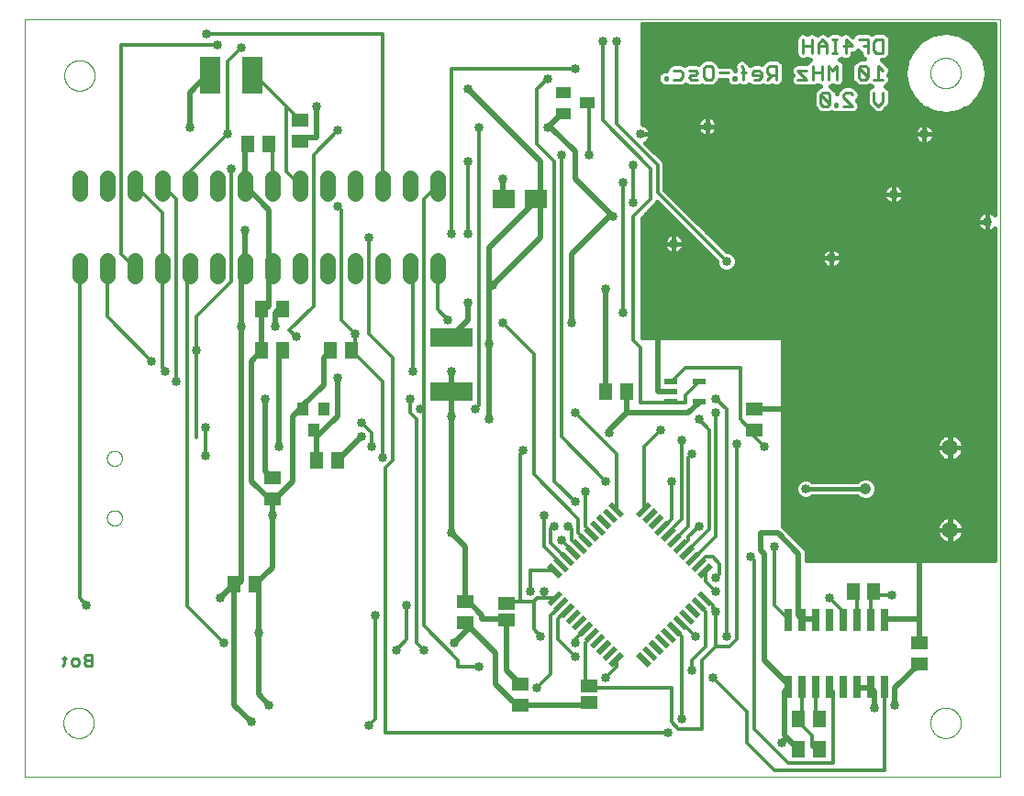
<source format=gbr>
G75*
%MOIN*%
%OFA0B0*%
%FSLAX25Y25*%
%IPPOS*%
%LPD*%
%AMOC8*
5,1,8,0,0,1.08239X$1,22.5*
%
%ADD10C,0.00000*%
%ADD11C,0.01100*%
%ADD12C,0.01000*%
%ADD13C,0.05562*%
%ADD14R,0.02600X0.08000*%
%ADD15R,0.05906X0.01969*%
%ADD16R,0.01969X0.05906*%
%ADD17R,0.05000X0.02200*%
%ADD18R,0.06300X0.04600*%
%ADD19R,0.05118X0.05906*%
%ADD20R,0.05906X0.05118*%
%ADD21R,0.08465X0.07087*%
%ADD22R,0.15748X0.07087*%
%ADD23R,0.07480X0.13386*%
%ADD24R,0.05512X0.03937*%
%ADD25R,0.03937X0.04724*%
%ADD26C,0.05906*%
%ADD27C,0.04173*%
%ADD28C,0.01600*%
%ADD29C,0.03346*%
%ADD30C,0.02000*%
%ADD31C,0.01181*%
D10*
X0055902Y0001256D02*
X0055902Y0276846D01*
X0410233Y0276846D01*
X0410233Y0001256D01*
X0055902Y0001256D01*
X0070075Y0020941D02*
X0070077Y0021089D01*
X0070083Y0021237D01*
X0070093Y0021385D01*
X0070107Y0021532D01*
X0070125Y0021679D01*
X0070146Y0021825D01*
X0070172Y0021971D01*
X0070202Y0022116D01*
X0070235Y0022260D01*
X0070273Y0022403D01*
X0070314Y0022545D01*
X0070359Y0022686D01*
X0070407Y0022826D01*
X0070460Y0022965D01*
X0070516Y0023102D01*
X0070576Y0023237D01*
X0070639Y0023371D01*
X0070706Y0023503D01*
X0070777Y0023633D01*
X0070851Y0023761D01*
X0070928Y0023887D01*
X0071009Y0024011D01*
X0071093Y0024133D01*
X0071180Y0024252D01*
X0071271Y0024369D01*
X0071365Y0024484D01*
X0071461Y0024596D01*
X0071561Y0024706D01*
X0071663Y0024812D01*
X0071769Y0024916D01*
X0071877Y0025017D01*
X0071988Y0025115D01*
X0072101Y0025211D01*
X0072217Y0025303D01*
X0072335Y0025392D01*
X0072456Y0025477D01*
X0072579Y0025560D01*
X0072704Y0025639D01*
X0072831Y0025715D01*
X0072960Y0025787D01*
X0073091Y0025856D01*
X0073224Y0025921D01*
X0073359Y0025982D01*
X0073495Y0026040D01*
X0073632Y0026095D01*
X0073771Y0026145D01*
X0073912Y0026192D01*
X0074053Y0026235D01*
X0074196Y0026275D01*
X0074340Y0026310D01*
X0074484Y0026342D01*
X0074630Y0026369D01*
X0074776Y0026393D01*
X0074923Y0026413D01*
X0075070Y0026429D01*
X0075217Y0026441D01*
X0075365Y0026449D01*
X0075513Y0026453D01*
X0075661Y0026453D01*
X0075809Y0026449D01*
X0075957Y0026441D01*
X0076104Y0026429D01*
X0076251Y0026413D01*
X0076398Y0026393D01*
X0076544Y0026369D01*
X0076690Y0026342D01*
X0076834Y0026310D01*
X0076978Y0026275D01*
X0077121Y0026235D01*
X0077262Y0026192D01*
X0077403Y0026145D01*
X0077542Y0026095D01*
X0077679Y0026040D01*
X0077815Y0025982D01*
X0077950Y0025921D01*
X0078083Y0025856D01*
X0078214Y0025787D01*
X0078343Y0025715D01*
X0078470Y0025639D01*
X0078595Y0025560D01*
X0078718Y0025477D01*
X0078839Y0025392D01*
X0078957Y0025303D01*
X0079073Y0025211D01*
X0079186Y0025115D01*
X0079297Y0025017D01*
X0079405Y0024916D01*
X0079511Y0024812D01*
X0079613Y0024706D01*
X0079713Y0024596D01*
X0079809Y0024484D01*
X0079903Y0024369D01*
X0079994Y0024252D01*
X0080081Y0024133D01*
X0080165Y0024011D01*
X0080246Y0023887D01*
X0080323Y0023761D01*
X0080397Y0023633D01*
X0080468Y0023503D01*
X0080535Y0023371D01*
X0080598Y0023237D01*
X0080658Y0023102D01*
X0080714Y0022965D01*
X0080767Y0022826D01*
X0080815Y0022686D01*
X0080860Y0022545D01*
X0080901Y0022403D01*
X0080939Y0022260D01*
X0080972Y0022116D01*
X0081002Y0021971D01*
X0081028Y0021825D01*
X0081049Y0021679D01*
X0081067Y0021532D01*
X0081081Y0021385D01*
X0081091Y0021237D01*
X0081097Y0021089D01*
X0081099Y0020941D01*
X0081097Y0020793D01*
X0081091Y0020645D01*
X0081081Y0020497D01*
X0081067Y0020350D01*
X0081049Y0020203D01*
X0081028Y0020057D01*
X0081002Y0019911D01*
X0080972Y0019766D01*
X0080939Y0019622D01*
X0080901Y0019479D01*
X0080860Y0019337D01*
X0080815Y0019196D01*
X0080767Y0019056D01*
X0080714Y0018917D01*
X0080658Y0018780D01*
X0080598Y0018645D01*
X0080535Y0018511D01*
X0080468Y0018379D01*
X0080397Y0018249D01*
X0080323Y0018121D01*
X0080246Y0017995D01*
X0080165Y0017871D01*
X0080081Y0017749D01*
X0079994Y0017630D01*
X0079903Y0017513D01*
X0079809Y0017398D01*
X0079713Y0017286D01*
X0079613Y0017176D01*
X0079511Y0017070D01*
X0079405Y0016966D01*
X0079297Y0016865D01*
X0079186Y0016767D01*
X0079073Y0016671D01*
X0078957Y0016579D01*
X0078839Y0016490D01*
X0078718Y0016405D01*
X0078595Y0016322D01*
X0078470Y0016243D01*
X0078343Y0016167D01*
X0078214Y0016095D01*
X0078083Y0016026D01*
X0077950Y0015961D01*
X0077815Y0015900D01*
X0077679Y0015842D01*
X0077542Y0015787D01*
X0077403Y0015737D01*
X0077262Y0015690D01*
X0077121Y0015647D01*
X0076978Y0015607D01*
X0076834Y0015572D01*
X0076690Y0015540D01*
X0076544Y0015513D01*
X0076398Y0015489D01*
X0076251Y0015469D01*
X0076104Y0015453D01*
X0075957Y0015441D01*
X0075809Y0015433D01*
X0075661Y0015429D01*
X0075513Y0015429D01*
X0075365Y0015433D01*
X0075217Y0015441D01*
X0075070Y0015453D01*
X0074923Y0015469D01*
X0074776Y0015489D01*
X0074630Y0015513D01*
X0074484Y0015540D01*
X0074340Y0015572D01*
X0074196Y0015607D01*
X0074053Y0015647D01*
X0073912Y0015690D01*
X0073771Y0015737D01*
X0073632Y0015787D01*
X0073495Y0015842D01*
X0073359Y0015900D01*
X0073224Y0015961D01*
X0073091Y0016026D01*
X0072960Y0016095D01*
X0072831Y0016167D01*
X0072704Y0016243D01*
X0072579Y0016322D01*
X0072456Y0016405D01*
X0072335Y0016490D01*
X0072217Y0016579D01*
X0072101Y0016671D01*
X0071988Y0016767D01*
X0071877Y0016865D01*
X0071769Y0016966D01*
X0071663Y0017070D01*
X0071561Y0017176D01*
X0071461Y0017286D01*
X0071365Y0017398D01*
X0071271Y0017513D01*
X0071180Y0017630D01*
X0071093Y0017749D01*
X0071009Y0017871D01*
X0070928Y0017995D01*
X0070851Y0018121D01*
X0070777Y0018249D01*
X0070706Y0018379D01*
X0070639Y0018511D01*
X0070576Y0018645D01*
X0070516Y0018780D01*
X0070460Y0018917D01*
X0070407Y0019056D01*
X0070359Y0019196D01*
X0070314Y0019337D01*
X0070273Y0019479D01*
X0070235Y0019622D01*
X0070202Y0019766D01*
X0070172Y0019911D01*
X0070146Y0020057D01*
X0070125Y0020203D01*
X0070107Y0020350D01*
X0070093Y0020497D01*
X0070083Y0020645D01*
X0070077Y0020793D01*
X0070075Y0020941D01*
X0085863Y0095429D02*
X0085865Y0095534D01*
X0085871Y0095639D01*
X0085881Y0095743D01*
X0085895Y0095847D01*
X0085913Y0095951D01*
X0085935Y0096053D01*
X0085960Y0096155D01*
X0085990Y0096256D01*
X0086023Y0096355D01*
X0086060Y0096453D01*
X0086101Y0096550D01*
X0086146Y0096645D01*
X0086194Y0096738D01*
X0086245Y0096830D01*
X0086301Y0096919D01*
X0086359Y0097006D01*
X0086421Y0097091D01*
X0086485Y0097174D01*
X0086553Y0097254D01*
X0086624Y0097331D01*
X0086698Y0097405D01*
X0086775Y0097477D01*
X0086854Y0097546D01*
X0086936Y0097611D01*
X0087020Y0097674D01*
X0087107Y0097733D01*
X0087196Y0097789D01*
X0087287Y0097842D01*
X0087380Y0097891D01*
X0087474Y0097936D01*
X0087570Y0097978D01*
X0087668Y0098016D01*
X0087767Y0098050D01*
X0087868Y0098081D01*
X0087969Y0098107D01*
X0088072Y0098130D01*
X0088175Y0098149D01*
X0088279Y0098164D01*
X0088383Y0098175D01*
X0088488Y0098182D01*
X0088593Y0098185D01*
X0088698Y0098184D01*
X0088803Y0098179D01*
X0088907Y0098170D01*
X0089011Y0098157D01*
X0089115Y0098140D01*
X0089218Y0098119D01*
X0089320Y0098094D01*
X0089421Y0098066D01*
X0089520Y0098033D01*
X0089619Y0097997D01*
X0089716Y0097957D01*
X0089811Y0097914D01*
X0089905Y0097866D01*
X0089997Y0097816D01*
X0090087Y0097762D01*
X0090175Y0097704D01*
X0090260Y0097643D01*
X0090343Y0097579D01*
X0090424Y0097512D01*
X0090502Y0097442D01*
X0090577Y0097368D01*
X0090649Y0097293D01*
X0090719Y0097214D01*
X0090785Y0097133D01*
X0090849Y0097049D01*
X0090909Y0096963D01*
X0090965Y0096875D01*
X0091019Y0096784D01*
X0091069Y0096692D01*
X0091115Y0096598D01*
X0091158Y0096502D01*
X0091197Y0096404D01*
X0091232Y0096306D01*
X0091263Y0096205D01*
X0091291Y0096104D01*
X0091315Y0096002D01*
X0091335Y0095899D01*
X0091351Y0095795D01*
X0091363Y0095691D01*
X0091371Y0095586D01*
X0091375Y0095481D01*
X0091375Y0095377D01*
X0091371Y0095272D01*
X0091363Y0095167D01*
X0091351Y0095063D01*
X0091335Y0094959D01*
X0091315Y0094856D01*
X0091291Y0094754D01*
X0091263Y0094653D01*
X0091232Y0094552D01*
X0091197Y0094454D01*
X0091158Y0094356D01*
X0091115Y0094260D01*
X0091069Y0094166D01*
X0091019Y0094074D01*
X0090965Y0093983D01*
X0090909Y0093895D01*
X0090849Y0093809D01*
X0090785Y0093725D01*
X0090719Y0093644D01*
X0090649Y0093565D01*
X0090577Y0093490D01*
X0090502Y0093416D01*
X0090424Y0093346D01*
X0090343Y0093279D01*
X0090260Y0093215D01*
X0090175Y0093154D01*
X0090087Y0093096D01*
X0089997Y0093042D01*
X0089905Y0092992D01*
X0089811Y0092944D01*
X0089716Y0092901D01*
X0089619Y0092861D01*
X0089520Y0092825D01*
X0089421Y0092792D01*
X0089320Y0092764D01*
X0089218Y0092739D01*
X0089115Y0092718D01*
X0089011Y0092701D01*
X0088907Y0092688D01*
X0088803Y0092679D01*
X0088698Y0092674D01*
X0088593Y0092673D01*
X0088488Y0092676D01*
X0088383Y0092683D01*
X0088279Y0092694D01*
X0088175Y0092709D01*
X0088072Y0092728D01*
X0087969Y0092751D01*
X0087868Y0092777D01*
X0087767Y0092808D01*
X0087668Y0092842D01*
X0087570Y0092880D01*
X0087474Y0092922D01*
X0087380Y0092967D01*
X0087287Y0093016D01*
X0087196Y0093069D01*
X0087107Y0093125D01*
X0087020Y0093184D01*
X0086936Y0093247D01*
X0086854Y0093312D01*
X0086775Y0093381D01*
X0086698Y0093453D01*
X0086624Y0093527D01*
X0086553Y0093604D01*
X0086485Y0093684D01*
X0086421Y0093767D01*
X0086359Y0093852D01*
X0086301Y0093939D01*
X0086245Y0094028D01*
X0086194Y0094120D01*
X0086146Y0094213D01*
X0086101Y0094308D01*
X0086060Y0094405D01*
X0086023Y0094503D01*
X0085990Y0094602D01*
X0085960Y0094703D01*
X0085935Y0094805D01*
X0085913Y0094907D01*
X0085895Y0095011D01*
X0085881Y0095115D01*
X0085871Y0095219D01*
X0085865Y0095324D01*
X0085863Y0095429D01*
X0085863Y0117083D02*
X0085865Y0117188D01*
X0085871Y0117293D01*
X0085881Y0117397D01*
X0085895Y0117501D01*
X0085913Y0117605D01*
X0085935Y0117707D01*
X0085960Y0117809D01*
X0085990Y0117910D01*
X0086023Y0118009D01*
X0086060Y0118107D01*
X0086101Y0118204D01*
X0086146Y0118299D01*
X0086194Y0118392D01*
X0086245Y0118484D01*
X0086301Y0118573D01*
X0086359Y0118660D01*
X0086421Y0118745D01*
X0086485Y0118828D01*
X0086553Y0118908D01*
X0086624Y0118985D01*
X0086698Y0119059D01*
X0086775Y0119131D01*
X0086854Y0119200D01*
X0086936Y0119265D01*
X0087020Y0119328D01*
X0087107Y0119387D01*
X0087196Y0119443D01*
X0087287Y0119496D01*
X0087380Y0119545D01*
X0087474Y0119590D01*
X0087570Y0119632D01*
X0087668Y0119670D01*
X0087767Y0119704D01*
X0087868Y0119735D01*
X0087969Y0119761D01*
X0088072Y0119784D01*
X0088175Y0119803D01*
X0088279Y0119818D01*
X0088383Y0119829D01*
X0088488Y0119836D01*
X0088593Y0119839D01*
X0088698Y0119838D01*
X0088803Y0119833D01*
X0088907Y0119824D01*
X0089011Y0119811D01*
X0089115Y0119794D01*
X0089218Y0119773D01*
X0089320Y0119748D01*
X0089421Y0119720D01*
X0089520Y0119687D01*
X0089619Y0119651D01*
X0089716Y0119611D01*
X0089811Y0119568D01*
X0089905Y0119520D01*
X0089997Y0119470D01*
X0090087Y0119416D01*
X0090175Y0119358D01*
X0090260Y0119297D01*
X0090343Y0119233D01*
X0090424Y0119166D01*
X0090502Y0119096D01*
X0090577Y0119022D01*
X0090649Y0118947D01*
X0090719Y0118868D01*
X0090785Y0118787D01*
X0090849Y0118703D01*
X0090909Y0118617D01*
X0090965Y0118529D01*
X0091019Y0118438D01*
X0091069Y0118346D01*
X0091115Y0118252D01*
X0091158Y0118156D01*
X0091197Y0118058D01*
X0091232Y0117960D01*
X0091263Y0117859D01*
X0091291Y0117758D01*
X0091315Y0117656D01*
X0091335Y0117553D01*
X0091351Y0117449D01*
X0091363Y0117345D01*
X0091371Y0117240D01*
X0091375Y0117135D01*
X0091375Y0117031D01*
X0091371Y0116926D01*
X0091363Y0116821D01*
X0091351Y0116717D01*
X0091335Y0116613D01*
X0091315Y0116510D01*
X0091291Y0116408D01*
X0091263Y0116307D01*
X0091232Y0116206D01*
X0091197Y0116108D01*
X0091158Y0116010D01*
X0091115Y0115914D01*
X0091069Y0115820D01*
X0091019Y0115728D01*
X0090965Y0115637D01*
X0090909Y0115549D01*
X0090849Y0115463D01*
X0090785Y0115379D01*
X0090719Y0115298D01*
X0090649Y0115219D01*
X0090577Y0115144D01*
X0090502Y0115070D01*
X0090424Y0115000D01*
X0090343Y0114933D01*
X0090260Y0114869D01*
X0090175Y0114808D01*
X0090087Y0114750D01*
X0089997Y0114696D01*
X0089905Y0114646D01*
X0089811Y0114598D01*
X0089716Y0114555D01*
X0089619Y0114515D01*
X0089520Y0114479D01*
X0089421Y0114446D01*
X0089320Y0114418D01*
X0089218Y0114393D01*
X0089115Y0114372D01*
X0089011Y0114355D01*
X0088907Y0114342D01*
X0088803Y0114333D01*
X0088698Y0114328D01*
X0088593Y0114327D01*
X0088488Y0114330D01*
X0088383Y0114337D01*
X0088279Y0114348D01*
X0088175Y0114363D01*
X0088072Y0114382D01*
X0087969Y0114405D01*
X0087868Y0114431D01*
X0087767Y0114462D01*
X0087668Y0114496D01*
X0087570Y0114534D01*
X0087474Y0114576D01*
X0087380Y0114621D01*
X0087287Y0114670D01*
X0087196Y0114723D01*
X0087107Y0114779D01*
X0087020Y0114838D01*
X0086936Y0114901D01*
X0086854Y0114966D01*
X0086775Y0115035D01*
X0086698Y0115107D01*
X0086624Y0115181D01*
X0086553Y0115258D01*
X0086485Y0115338D01*
X0086421Y0115421D01*
X0086359Y0115506D01*
X0086301Y0115593D01*
X0086245Y0115682D01*
X0086194Y0115774D01*
X0086146Y0115867D01*
X0086101Y0115962D01*
X0086060Y0116059D01*
X0086023Y0116157D01*
X0085990Y0116256D01*
X0085960Y0116357D01*
X0085935Y0116459D01*
X0085913Y0116561D01*
X0085895Y0116665D01*
X0085881Y0116769D01*
X0085871Y0116873D01*
X0085865Y0116978D01*
X0085863Y0117083D01*
X0070390Y0256256D02*
X0070392Y0256404D01*
X0070398Y0256552D01*
X0070408Y0256700D01*
X0070422Y0256847D01*
X0070440Y0256994D01*
X0070461Y0257140D01*
X0070487Y0257286D01*
X0070517Y0257431D01*
X0070550Y0257575D01*
X0070588Y0257718D01*
X0070629Y0257860D01*
X0070674Y0258001D01*
X0070722Y0258141D01*
X0070775Y0258280D01*
X0070831Y0258417D01*
X0070891Y0258552D01*
X0070954Y0258686D01*
X0071021Y0258818D01*
X0071092Y0258948D01*
X0071166Y0259076D01*
X0071243Y0259202D01*
X0071324Y0259326D01*
X0071408Y0259448D01*
X0071495Y0259567D01*
X0071586Y0259684D01*
X0071680Y0259799D01*
X0071776Y0259911D01*
X0071876Y0260021D01*
X0071978Y0260127D01*
X0072084Y0260231D01*
X0072192Y0260332D01*
X0072303Y0260430D01*
X0072416Y0260526D01*
X0072532Y0260618D01*
X0072650Y0260707D01*
X0072771Y0260792D01*
X0072894Y0260875D01*
X0073019Y0260954D01*
X0073146Y0261030D01*
X0073275Y0261102D01*
X0073406Y0261171D01*
X0073539Y0261236D01*
X0073674Y0261297D01*
X0073810Y0261355D01*
X0073947Y0261410D01*
X0074086Y0261460D01*
X0074227Y0261507D01*
X0074368Y0261550D01*
X0074511Y0261590D01*
X0074655Y0261625D01*
X0074799Y0261657D01*
X0074945Y0261684D01*
X0075091Y0261708D01*
X0075238Y0261728D01*
X0075385Y0261744D01*
X0075532Y0261756D01*
X0075680Y0261764D01*
X0075828Y0261768D01*
X0075976Y0261768D01*
X0076124Y0261764D01*
X0076272Y0261756D01*
X0076419Y0261744D01*
X0076566Y0261728D01*
X0076713Y0261708D01*
X0076859Y0261684D01*
X0077005Y0261657D01*
X0077149Y0261625D01*
X0077293Y0261590D01*
X0077436Y0261550D01*
X0077577Y0261507D01*
X0077718Y0261460D01*
X0077857Y0261410D01*
X0077994Y0261355D01*
X0078130Y0261297D01*
X0078265Y0261236D01*
X0078398Y0261171D01*
X0078529Y0261102D01*
X0078658Y0261030D01*
X0078785Y0260954D01*
X0078910Y0260875D01*
X0079033Y0260792D01*
X0079154Y0260707D01*
X0079272Y0260618D01*
X0079388Y0260526D01*
X0079501Y0260430D01*
X0079612Y0260332D01*
X0079720Y0260231D01*
X0079826Y0260127D01*
X0079928Y0260021D01*
X0080028Y0259911D01*
X0080124Y0259799D01*
X0080218Y0259684D01*
X0080309Y0259567D01*
X0080396Y0259448D01*
X0080480Y0259326D01*
X0080561Y0259202D01*
X0080638Y0259076D01*
X0080712Y0258948D01*
X0080783Y0258818D01*
X0080850Y0258686D01*
X0080913Y0258552D01*
X0080973Y0258417D01*
X0081029Y0258280D01*
X0081082Y0258141D01*
X0081130Y0258001D01*
X0081175Y0257860D01*
X0081216Y0257718D01*
X0081254Y0257575D01*
X0081287Y0257431D01*
X0081317Y0257286D01*
X0081343Y0257140D01*
X0081364Y0256994D01*
X0081382Y0256847D01*
X0081396Y0256700D01*
X0081406Y0256552D01*
X0081412Y0256404D01*
X0081414Y0256256D01*
X0081412Y0256108D01*
X0081406Y0255960D01*
X0081396Y0255812D01*
X0081382Y0255665D01*
X0081364Y0255518D01*
X0081343Y0255372D01*
X0081317Y0255226D01*
X0081287Y0255081D01*
X0081254Y0254937D01*
X0081216Y0254794D01*
X0081175Y0254652D01*
X0081130Y0254511D01*
X0081082Y0254371D01*
X0081029Y0254232D01*
X0080973Y0254095D01*
X0080913Y0253960D01*
X0080850Y0253826D01*
X0080783Y0253694D01*
X0080712Y0253564D01*
X0080638Y0253436D01*
X0080561Y0253310D01*
X0080480Y0253186D01*
X0080396Y0253064D01*
X0080309Y0252945D01*
X0080218Y0252828D01*
X0080124Y0252713D01*
X0080028Y0252601D01*
X0079928Y0252491D01*
X0079826Y0252385D01*
X0079720Y0252281D01*
X0079612Y0252180D01*
X0079501Y0252082D01*
X0079388Y0251986D01*
X0079272Y0251894D01*
X0079154Y0251805D01*
X0079033Y0251720D01*
X0078910Y0251637D01*
X0078785Y0251558D01*
X0078658Y0251482D01*
X0078529Y0251410D01*
X0078398Y0251341D01*
X0078265Y0251276D01*
X0078130Y0251215D01*
X0077994Y0251157D01*
X0077857Y0251102D01*
X0077718Y0251052D01*
X0077577Y0251005D01*
X0077436Y0250962D01*
X0077293Y0250922D01*
X0077149Y0250887D01*
X0077005Y0250855D01*
X0076859Y0250828D01*
X0076713Y0250804D01*
X0076566Y0250784D01*
X0076419Y0250768D01*
X0076272Y0250756D01*
X0076124Y0250748D01*
X0075976Y0250744D01*
X0075828Y0250744D01*
X0075680Y0250748D01*
X0075532Y0250756D01*
X0075385Y0250768D01*
X0075238Y0250784D01*
X0075091Y0250804D01*
X0074945Y0250828D01*
X0074799Y0250855D01*
X0074655Y0250887D01*
X0074511Y0250922D01*
X0074368Y0250962D01*
X0074227Y0251005D01*
X0074086Y0251052D01*
X0073947Y0251102D01*
X0073810Y0251157D01*
X0073674Y0251215D01*
X0073539Y0251276D01*
X0073406Y0251341D01*
X0073275Y0251410D01*
X0073146Y0251482D01*
X0073019Y0251558D01*
X0072894Y0251637D01*
X0072771Y0251720D01*
X0072650Y0251805D01*
X0072532Y0251894D01*
X0072416Y0251986D01*
X0072303Y0252082D01*
X0072192Y0252180D01*
X0072084Y0252281D01*
X0071978Y0252385D01*
X0071876Y0252491D01*
X0071776Y0252601D01*
X0071680Y0252713D01*
X0071586Y0252828D01*
X0071495Y0252945D01*
X0071408Y0253064D01*
X0071324Y0253186D01*
X0071243Y0253310D01*
X0071166Y0253436D01*
X0071092Y0253564D01*
X0071021Y0253694D01*
X0070954Y0253826D01*
X0070891Y0253960D01*
X0070831Y0254095D01*
X0070775Y0254232D01*
X0070722Y0254371D01*
X0070674Y0254511D01*
X0070629Y0254652D01*
X0070588Y0254794D01*
X0070550Y0254937D01*
X0070517Y0255081D01*
X0070487Y0255226D01*
X0070461Y0255372D01*
X0070440Y0255518D01*
X0070422Y0255665D01*
X0070408Y0255812D01*
X0070398Y0255960D01*
X0070392Y0256108D01*
X0070390Y0256256D01*
X0385036Y0257161D02*
X0385038Y0257309D01*
X0385044Y0257457D01*
X0385054Y0257605D01*
X0385068Y0257752D01*
X0385086Y0257899D01*
X0385107Y0258045D01*
X0385133Y0258191D01*
X0385163Y0258336D01*
X0385196Y0258480D01*
X0385234Y0258623D01*
X0385275Y0258765D01*
X0385320Y0258906D01*
X0385368Y0259046D01*
X0385421Y0259185D01*
X0385477Y0259322D01*
X0385537Y0259457D01*
X0385600Y0259591D01*
X0385667Y0259723D01*
X0385738Y0259853D01*
X0385812Y0259981D01*
X0385889Y0260107D01*
X0385970Y0260231D01*
X0386054Y0260353D01*
X0386141Y0260472D01*
X0386232Y0260589D01*
X0386326Y0260704D01*
X0386422Y0260816D01*
X0386522Y0260926D01*
X0386624Y0261032D01*
X0386730Y0261136D01*
X0386838Y0261237D01*
X0386949Y0261335D01*
X0387062Y0261431D01*
X0387178Y0261523D01*
X0387296Y0261612D01*
X0387417Y0261697D01*
X0387540Y0261780D01*
X0387665Y0261859D01*
X0387792Y0261935D01*
X0387921Y0262007D01*
X0388052Y0262076D01*
X0388185Y0262141D01*
X0388320Y0262202D01*
X0388456Y0262260D01*
X0388593Y0262315D01*
X0388732Y0262365D01*
X0388873Y0262412D01*
X0389014Y0262455D01*
X0389157Y0262495D01*
X0389301Y0262530D01*
X0389445Y0262562D01*
X0389591Y0262589D01*
X0389737Y0262613D01*
X0389884Y0262633D01*
X0390031Y0262649D01*
X0390178Y0262661D01*
X0390326Y0262669D01*
X0390474Y0262673D01*
X0390622Y0262673D01*
X0390770Y0262669D01*
X0390918Y0262661D01*
X0391065Y0262649D01*
X0391212Y0262633D01*
X0391359Y0262613D01*
X0391505Y0262589D01*
X0391651Y0262562D01*
X0391795Y0262530D01*
X0391939Y0262495D01*
X0392082Y0262455D01*
X0392223Y0262412D01*
X0392364Y0262365D01*
X0392503Y0262315D01*
X0392640Y0262260D01*
X0392776Y0262202D01*
X0392911Y0262141D01*
X0393044Y0262076D01*
X0393175Y0262007D01*
X0393304Y0261935D01*
X0393431Y0261859D01*
X0393556Y0261780D01*
X0393679Y0261697D01*
X0393800Y0261612D01*
X0393918Y0261523D01*
X0394034Y0261431D01*
X0394147Y0261335D01*
X0394258Y0261237D01*
X0394366Y0261136D01*
X0394472Y0261032D01*
X0394574Y0260926D01*
X0394674Y0260816D01*
X0394770Y0260704D01*
X0394864Y0260589D01*
X0394955Y0260472D01*
X0395042Y0260353D01*
X0395126Y0260231D01*
X0395207Y0260107D01*
X0395284Y0259981D01*
X0395358Y0259853D01*
X0395429Y0259723D01*
X0395496Y0259591D01*
X0395559Y0259457D01*
X0395619Y0259322D01*
X0395675Y0259185D01*
X0395728Y0259046D01*
X0395776Y0258906D01*
X0395821Y0258765D01*
X0395862Y0258623D01*
X0395900Y0258480D01*
X0395933Y0258336D01*
X0395963Y0258191D01*
X0395989Y0258045D01*
X0396010Y0257899D01*
X0396028Y0257752D01*
X0396042Y0257605D01*
X0396052Y0257457D01*
X0396058Y0257309D01*
X0396060Y0257161D01*
X0396058Y0257013D01*
X0396052Y0256865D01*
X0396042Y0256717D01*
X0396028Y0256570D01*
X0396010Y0256423D01*
X0395989Y0256277D01*
X0395963Y0256131D01*
X0395933Y0255986D01*
X0395900Y0255842D01*
X0395862Y0255699D01*
X0395821Y0255557D01*
X0395776Y0255416D01*
X0395728Y0255276D01*
X0395675Y0255137D01*
X0395619Y0255000D01*
X0395559Y0254865D01*
X0395496Y0254731D01*
X0395429Y0254599D01*
X0395358Y0254469D01*
X0395284Y0254341D01*
X0395207Y0254215D01*
X0395126Y0254091D01*
X0395042Y0253969D01*
X0394955Y0253850D01*
X0394864Y0253733D01*
X0394770Y0253618D01*
X0394674Y0253506D01*
X0394574Y0253396D01*
X0394472Y0253290D01*
X0394366Y0253186D01*
X0394258Y0253085D01*
X0394147Y0252987D01*
X0394034Y0252891D01*
X0393918Y0252799D01*
X0393800Y0252710D01*
X0393679Y0252625D01*
X0393556Y0252542D01*
X0393431Y0252463D01*
X0393304Y0252387D01*
X0393175Y0252315D01*
X0393044Y0252246D01*
X0392911Y0252181D01*
X0392776Y0252120D01*
X0392640Y0252062D01*
X0392503Y0252007D01*
X0392364Y0251957D01*
X0392223Y0251910D01*
X0392082Y0251867D01*
X0391939Y0251827D01*
X0391795Y0251792D01*
X0391651Y0251760D01*
X0391505Y0251733D01*
X0391359Y0251709D01*
X0391212Y0251689D01*
X0391065Y0251673D01*
X0390918Y0251661D01*
X0390770Y0251653D01*
X0390622Y0251649D01*
X0390474Y0251649D01*
X0390326Y0251653D01*
X0390178Y0251661D01*
X0390031Y0251673D01*
X0389884Y0251689D01*
X0389737Y0251709D01*
X0389591Y0251733D01*
X0389445Y0251760D01*
X0389301Y0251792D01*
X0389157Y0251827D01*
X0389014Y0251867D01*
X0388873Y0251910D01*
X0388732Y0251957D01*
X0388593Y0252007D01*
X0388456Y0252062D01*
X0388320Y0252120D01*
X0388185Y0252181D01*
X0388052Y0252246D01*
X0387921Y0252315D01*
X0387792Y0252387D01*
X0387665Y0252463D01*
X0387540Y0252542D01*
X0387417Y0252625D01*
X0387296Y0252710D01*
X0387178Y0252799D01*
X0387062Y0252891D01*
X0386949Y0252987D01*
X0386838Y0253085D01*
X0386730Y0253186D01*
X0386624Y0253290D01*
X0386522Y0253396D01*
X0386422Y0253506D01*
X0386326Y0253618D01*
X0386232Y0253733D01*
X0386141Y0253850D01*
X0386054Y0253969D01*
X0385970Y0254091D01*
X0385889Y0254215D01*
X0385812Y0254341D01*
X0385738Y0254469D01*
X0385667Y0254599D01*
X0385600Y0254731D01*
X0385537Y0254865D01*
X0385477Y0255000D01*
X0385421Y0255137D01*
X0385368Y0255276D01*
X0385320Y0255416D01*
X0385275Y0255557D01*
X0385234Y0255699D01*
X0385196Y0255842D01*
X0385163Y0255986D01*
X0385133Y0256131D01*
X0385107Y0256277D01*
X0385086Y0256423D01*
X0385068Y0256570D01*
X0385054Y0256717D01*
X0385044Y0256865D01*
X0385038Y0257013D01*
X0385036Y0257161D01*
X0385036Y0020941D02*
X0385038Y0021089D01*
X0385044Y0021237D01*
X0385054Y0021385D01*
X0385068Y0021532D01*
X0385086Y0021679D01*
X0385107Y0021825D01*
X0385133Y0021971D01*
X0385163Y0022116D01*
X0385196Y0022260D01*
X0385234Y0022403D01*
X0385275Y0022545D01*
X0385320Y0022686D01*
X0385368Y0022826D01*
X0385421Y0022965D01*
X0385477Y0023102D01*
X0385537Y0023237D01*
X0385600Y0023371D01*
X0385667Y0023503D01*
X0385738Y0023633D01*
X0385812Y0023761D01*
X0385889Y0023887D01*
X0385970Y0024011D01*
X0386054Y0024133D01*
X0386141Y0024252D01*
X0386232Y0024369D01*
X0386326Y0024484D01*
X0386422Y0024596D01*
X0386522Y0024706D01*
X0386624Y0024812D01*
X0386730Y0024916D01*
X0386838Y0025017D01*
X0386949Y0025115D01*
X0387062Y0025211D01*
X0387178Y0025303D01*
X0387296Y0025392D01*
X0387417Y0025477D01*
X0387540Y0025560D01*
X0387665Y0025639D01*
X0387792Y0025715D01*
X0387921Y0025787D01*
X0388052Y0025856D01*
X0388185Y0025921D01*
X0388320Y0025982D01*
X0388456Y0026040D01*
X0388593Y0026095D01*
X0388732Y0026145D01*
X0388873Y0026192D01*
X0389014Y0026235D01*
X0389157Y0026275D01*
X0389301Y0026310D01*
X0389445Y0026342D01*
X0389591Y0026369D01*
X0389737Y0026393D01*
X0389884Y0026413D01*
X0390031Y0026429D01*
X0390178Y0026441D01*
X0390326Y0026449D01*
X0390474Y0026453D01*
X0390622Y0026453D01*
X0390770Y0026449D01*
X0390918Y0026441D01*
X0391065Y0026429D01*
X0391212Y0026413D01*
X0391359Y0026393D01*
X0391505Y0026369D01*
X0391651Y0026342D01*
X0391795Y0026310D01*
X0391939Y0026275D01*
X0392082Y0026235D01*
X0392223Y0026192D01*
X0392364Y0026145D01*
X0392503Y0026095D01*
X0392640Y0026040D01*
X0392776Y0025982D01*
X0392911Y0025921D01*
X0393044Y0025856D01*
X0393175Y0025787D01*
X0393304Y0025715D01*
X0393431Y0025639D01*
X0393556Y0025560D01*
X0393679Y0025477D01*
X0393800Y0025392D01*
X0393918Y0025303D01*
X0394034Y0025211D01*
X0394147Y0025115D01*
X0394258Y0025017D01*
X0394366Y0024916D01*
X0394472Y0024812D01*
X0394574Y0024706D01*
X0394674Y0024596D01*
X0394770Y0024484D01*
X0394864Y0024369D01*
X0394955Y0024252D01*
X0395042Y0024133D01*
X0395126Y0024011D01*
X0395207Y0023887D01*
X0395284Y0023761D01*
X0395358Y0023633D01*
X0395429Y0023503D01*
X0395496Y0023371D01*
X0395559Y0023237D01*
X0395619Y0023102D01*
X0395675Y0022965D01*
X0395728Y0022826D01*
X0395776Y0022686D01*
X0395821Y0022545D01*
X0395862Y0022403D01*
X0395900Y0022260D01*
X0395933Y0022116D01*
X0395963Y0021971D01*
X0395989Y0021825D01*
X0396010Y0021679D01*
X0396028Y0021532D01*
X0396042Y0021385D01*
X0396052Y0021237D01*
X0396058Y0021089D01*
X0396060Y0020941D01*
X0396058Y0020793D01*
X0396052Y0020645D01*
X0396042Y0020497D01*
X0396028Y0020350D01*
X0396010Y0020203D01*
X0395989Y0020057D01*
X0395963Y0019911D01*
X0395933Y0019766D01*
X0395900Y0019622D01*
X0395862Y0019479D01*
X0395821Y0019337D01*
X0395776Y0019196D01*
X0395728Y0019056D01*
X0395675Y0018917D01*
X0395619Y0018780D01*
X0395559Y0018645D01*
X0395496Y0018511D01*
X0395429Y0018379D01*
X0395358Y0018249D01*
X0395284Y0018121D01*
X0395207Y0017995D01*
X0395126Y0017871D01*
X0395042Y0017749D01*
X0394955Y0017630D01*
X0394864Y0017513D01*
X0394770Y0017398D01*
X0394674Y0017286D01*
X0394574Y0017176D01*
X0394472Y0017070D01*
X0394366Y0016966D01*
X0394258Y0016865D01*
X0394147Y0016767D01*
X0394034Y0016671D01*
X0393918Y0016579D01*
X0393800Y0016490D01*
X0393679Y0016405D01*
X0393556Y0016322D01*
X0393431Y0016243D01*
X0393304Y0016167D01*
X0393175Y0016095D01*
X0393044Y0016026D01*
X0392911Y0015961D01*
X0392776Y0015900D01*
X0392640Y0015842D01*
X0392503Y0015787D01*
X0392364Y0015737D01*
X0392223Y0015690D01*
X0392082Y0015647D01*
X0391939Y0015607D01*
X0391795Y0015572D01*
X0391651Y0015540D01*
X0391505Y0015513D01*
X0391359Y0015489D01*
X0391212Y0015469D01*
X0391065Y0015453D01*
X0390918Y0015441D01*
X0390770Y0015433D01*
X0390622Y0015429D01*
X0390474Y0015429D01*
X0390326Y0015433D01*
X0390178Y0015441D01*
X0390031Y0015453D01*
X0389884Y0015469D01*
X0389737Y0015489D01*
X0389591Y0015513D01*
X0389445Y0015540D01*
X0389301Y0015572D01*
X0389157Y0015607D01*
X0389014Y0015647D01*
X0388873Y0015690D01*
X0388732Y0015737D01*
X0388593Y0015787D01*
X0388456Y0015842D01*
X0388320Y0015900D01*
X0388185Y0015961D01*
X0388052Y0016026D01*
X0387921Y0016095D01*
X0387792Y0016167D01*
X0387665Y0016243D01*
X0387540Y0016322D01*
X0387417Y0016405D01*
X0387296Y0016490D01*
X0387178Y0016579D01*
X0387062Y0016671D01*
X0386949Y0016767D01*
X0386838Y0016865D01*
X0386730Y0016966D01*
X0386624Y0017070D01*
X0386522Y0017176D01*
X0386422Y0017286D01*
X0386326Y0017398D01*
X0386232Y0017513D01*
X0386141Y0017630D01*
X0386054Y0017749D01*
X0385970Y0017871D01*
X0385889Y0017995D01*
X0385812Y0018121D01*
X0385738Y0018249D01*
X0385667Y0018379D01*
X0385600Y0018511D01*
X0385537Y0018645D01*
X0385477Y0018780D01*
X0385421Y0018917D01*
X0385368Y0019056D01*
X0385320Y0019196D01*
X0385275Y0019337D01*
X0385234Y0019479D01*
X0385196Y0019622D01*
X0385163Y0019766D01*
X0385133Y0019911D01*
X0385107Y0020057D01*
X0385086Y0020203D01*
X0385068Y0020350D01*
X0385054Y0020497D01*
X0385044Y0020645D01*
X0385038Y0020793D01*
X0385036Y0020941D01*
D11*
X0366110Y0245119D02*
X0364475Y0246754D01*
X0364475Y0250023D01*
X0367744Y0250023D02*
X0367744Y0246754D01*
X0366110Y0245119D01*
X0356695Y0245119D02*
X0353426Y0248389D01*
X0353426Y0249206D01*
X0354243Y0250023D01*
X0355878Y0250023D01*
X0356695Y0249206D01*
X0356695Y0245119D02*
X0353426Y0245119D01*
X0351170Y0245119D02*
X0350353Y0245119D01*
X0350353Y0245937D01*
X0351170Y0245937D01*
X0351170Y0245119D01*
X0348408Y0245937D02*
X0348408Y0249206D01*
X0347591Y0250023D01*
X0345956Y0250023D01*
X0345138Y0249206D01*
X0348408Y0245937D01*
X0347591Y0245119D01*
X0345956Y0245119D01*
X0345138Y0245937D01*
X0345138Y0249206D01*
X0345646Y0254779D02*
X0345646Y0259683D01*
X0347901Y0259683D02*
X0347901Y0254779D01*
X0351170Y0254779D02*
X0351170Y0259683D01*
X0349536Y0258049D01*
X0347901Y0259683D01*
X0345646Y0257231D02*
X0342376Y0257231D01*
X0340121Y0258049D02*
X0336851Y0258049D01*
X0340121Y0254779D01*
X0336851Y0254779D01*
X0342376Y0254779D02*
X0342376Y0259683D01*
X0341962Y0264439D02*
X0341962Y0269343D01*
X0341962Y0266891D02*
X0338693Y0266891D01*
X0338693Y0269343D02*
X0338693Y0264439D01*
X0344218Y0264439D02*
X0344218Y0267709D01*
X0345852Y0269343D01*
X0347487Y0267709D01*
X0347487Y0264439D01*
X0349536Y0264439D02*
X0351170Y0264439D01*
X0350353Y0264439D02*
X0350353Y0269343D01*
X0351170Y0269343D02*
X0349536Y0269343D01*
X0347487Y0266891D02*
X0344218Y0266891D01*
X0353426Y0266891D02*
X0356695Y0266891D01*
X0354243Y0269343D01*
X0354243Y0264439D01*
X0358950Y0269343D02*
X0362220Y0269343D01*
X0362220Y0264439D01*
X0364475Y0265256D02*
X0364475Y0268526D01*
X0365292Y0269343D01*
X0367744Y0269343D01*
X0367744Y0264439D01*
X0365292Y0264439D01*
X0364475Y0265256D01*
X0362220Y0266891D02*
X0360585Y0266891D01*
X0361402Y0259683D02*
X0359768Y0259683D01*
X0358950Y0258866D01*
X0362220Y0255597D01*
X0361402Y0254779D01*
X0359768Y0254779D01*
X0358950Y0255597D01*
X0358950Y0258866D01*
X0361402Y0259683D02*
X0362220Y0258866D01*
X0362220Y0255597D01*
X0364475Y0254779D02*
X0367744Y0254779D01*
X0366110Y0254779D02*
X0366110Y0259683D01*
X0367744Y0258049D01*
X0329071Y0259683D02*
X0329071Y0254779D01*
X0329071Y0256414D02*
X0326619Y0256414D01*
X0325802Y0257231D01*
X0325802Y0258866D01*
X0326619Y0259683D01*
X0329071Y0259683D01*
X0327437Y0256414D02*
X0325802Y0254779D01*
X0323547Y0255597D02*
X0323547Y0257231D01*
X0322729Y0258049D01*
X0321095Y0258049D01*
X0320277Y0257231D01*
X0320277Y0256414D01*
X0323547Y0256414D01*
X0323547Y0255597D02*
X0322729Y0254779D01*
X0321095Y0254779D01*
X0317205Y0254779D02*
X0317205Y0258866D01*
X0316387Y0259683D01*
X0316387Y0257231D02*
X0318022Y0257231D01*
X0314339Y0255597D02*
X0313521Y0255597D01*
X0313521Y0254779D01*
X0314339Y0254779D01*
X0314339Y0255597D01*
X0311576Y0257231D02*
X0308307Y0257231D01*
X0306052Y0255597D02*
X0306052Y0258866D01*
X0305234Y0259683D01*
X0303600Y0259683D01*
X0302782Y0258866D01*
X0302782Y0255597D01*
X0303600Y0254779D01*
X0305234Y0254779D01*
X0306052Y0255597D01*
X0300527Y0254779D02*
X0298075Y0254779D01*
X0297258Y0255597D01*
X0298075Y0256414D01*
X0299710Y0256414D01*
X0300527Y0257231D01*
X0299710Y0258049D01*
X0297258Y0258049D01*
X0295002Y0257231D02*
X0295002Y0255597D01*
X0294185Y0254779D01*
X0291733Y0254779D01*
X0289478Y0254779D02*
X0288660Y0254779D01*
X0288660Y0255597D01*
X0289478Y0255597D01*
X0289478Y0254779D01*
X0291733Y0258049D02*
X0294185Y0258049D01*
X0295002Y0257231D01*
D12*
X0080402Y0045759D02*
X0078401Y0045759D01*
X0077733Y0045092D01*
X0077733Y0044425D01*
X0078401Y0043758D01*
X0080402Y0043758D01*
X0080402Y0045759D02*
X0080402Y0041756D01*
X0078401Y0041756D01*
X0077733Y0042423D01*
X0077733Y0043090D01*
X0078401Y0043758D01*
X0075798Y0043758D02*
X0075798Y0042423D01*
X0075131Y0041756D01*
X0073797Y0041756D01*
X0073129Y0042423D01*
X0073129Y0043758D01*
X0073797Y0044425D01*
X0075131Y0044425D01*
X0075798Y0043758D01*
X0071194Y0044425D02*
X0069860Y0044425D01*
X0070527Y0045092D02*
X0070527Y0042423D01*
X0069860Y0041756D01*
D13*
X0075902Y0183475D02*
X0075902Y0189037D01*
X0085902Y0189037D02*
X0085902Y0183475D01*
X0095902Y0183475D02*
X0095902Y0189037D01*
X0105902Y0189037D02*
X0105902Y0183475D01*
X0115902Y0183475D02*
X0115902Y0189037D01*
X0125902Y0189037D02*
X0125902Y0183475D01*
X0135902Y0183475D02*
X0135902Y0189037D01*
X0145902Y0189037D02*
X0145902Y0183475D01*
X0155902Y0183475D02*
X0155902Y0189037D01*
X0165902Y0189037D02*
X0165902Y0183475D01*
X0175902Y0183475D02*
X0175902Y0189037D01*
X0185902Y0189037D02*
X0185902Y0183475D01*
X0195902Y0183475D02*
X0195902Y0189037D01*
X0205902Y0189037D02*
X0205902Y0183475D01*
X0205902Y0213475D02*
X0205902Y0219037D01*
X0195902Y0219037D02*
X0195902Y0213475D01*
X0185902Y0213475D02*
X0185902Y0219037D01*
X0175902Y0219037D02*
X0175902Y0213475D01*
X0165902Y0213475D02*
X0165902Y0219037D01*
X0155902Y0219037D02*
X0155902Y0213475D01*
X0145902Y0213475D02*
X0145902Y0219037D01*
X0135902Y0219037D02*
X0135902Y0213475D01*
X0125902Y0213475D02*
X0125902Y0219037D01*
X0115902Y0219037D02*
X0115902Y0213475D01*
X0105902Y0213475D02*
X0105902Y0219037D01*
X0095902Y0219037D02*
X0095902Y0213475D01*
X0085902Y0213475D02*
X0085902Y0219037D01*
X0075902Y0219037D02*
X0075902Y0213475D01*
D14*
X0333402Y0058356D03*
X0338402Y0058356D03*
X0343402Y0058356D03*
X0348402Y0058356D03*
X0353402Y0058356D03*
X0358402Y0058356D03*
X0363402Y0058356D03*
X0368402Y0058356D03*
X0368402Y0034156D03*
X0363402Y0034156D03*
X0358402Y0034156D03*
X0353402Y0034156D03*
X0348402Y0034156D03*
X0343402Y0034156D03*
X0338402Y0034156D03*
X0333402Y0034156D03*
D15*
G36*
X0300401Y0074875D02*
X0304576Y0079050D01*
X0305967Y0077659D01*
X0301792Y0073484D01*
X0300401Y0074875D01*
G37*
G36*
X0298174Y0077102D02*
X0302349Y0081277D01*
X0303740Y0079886D01*
X0299565Y0075711D01*
X0298174Y0077102D01*
G37*
G36*
X0295947Y0079329D02*
X0300122Y0083504D01*
X0301513Y0082113D01*
X0297338Y0077938D01*
X0295947Y0079329D01*
G37*
G36*
X0293720Y0081556D02*
X0297895Y0085731D01*
X0299286Y0084340D01*
X0295111Y0080165D01*
X0293720Y0081556D01*
G37*
G36*
X0291493Y0083783D02*
X0295668Y0087958D01*
X0297059Y0086567D01*
X0292884Y0082392D01*
X0291493Y0083783D01*
G37*
G36*
X0289266Y0086010D02*
X0293441Y0090185D01*
X0294832Y0088794D01*
X0290657Y0084619D01*
X0289266Y0086010D01*
G37*
G36*
X0287039Y0088238D02*
X0291214Y0092413D01*
X0292605Y0091022D01*
X0288430Y0086847D01*
X0287039Y0088238D01*
G37*
G36*
X0284812Y0090465D02*
X0288987Y0094640D01*
X0290378Y0093249D01*
X0286203Y0089074D01*
X0284812Y0090465D01*
G37*
G36*
X0282584Y0092692D02*
X0286759Y0096867D01*
X0288150Y0095476D01*
X0283975Y0091301D01*
X0282584Y0092692D01*
G37*
G36*
X0280357Y0094919D02*
X0284532Y0099094D01*
X0285923Y0097703D01*
X0281748Y0093528D01*
X0280357Y0094919D01*
G37*
G36*
X0278130Y0097146D02*
X0282305Y0101321D01*
X0283696Y0099930D01*
X0279521Y0095755D01*
X0278130Y0097146D01*
G37*
G36*
X0245837Y0064853D02*
X0250012Y0069028D01*
X0251403Y0067637D01*
X0247228Y0063462D01*
X0245837Y0064853D01*
G37*
G36*
X0248064Y0062626D02*
X0252239Y0066801D01*
X0253630Y0065410D01*
X0249455Y0061235D01*
X0248064Y0062626D01*
G37*
G36*
X0250291Y0060399D02*
X0254466Y0064574D01*
X0255857Y0063183D01*
X0251682Y0059008D01*
X0250291Y0060399D01*
G37*
G36*
X0252518Y0058172D02*
X0256693Y0062347D01*
X0258084Y0060956D01*
X0253909Y0056781D01*
X0252518Y0058172D01*
G37*
G36*
X0254746Y0055944D02*
X0258921Y0060119D01*
X0260312Y0058728D01*
X0256137Y0054553D01*
X0254746Y0055944D01*
G37*
G36*
X0256973Y0053717D02*
X0261148Y0057892D01*
X0262539Y0056501D01*
X0258364Y0052326D01*
X0256973Y0053717D01*
G37*
G36*
X0259200Y0051490D02*
X0263375Y0055665D01*
X0264766Y0054274D01*
X0260591Y0050099D01*
X0259200Y0051490D01*
G37*
G36*
X0261427Y0049263D02*
X0265602Y0053438D01*
X0266993Y0052047D01*
X0262818Y0047872D01*
X0261427Y0049263D01*
G37*
G36*
X0263654Y0047036D02*
X0267829Y0051211D01*
X0269220Y0049820D01*
X0265045Y0045645D01*
X0263654Y0047036D01*
G37*
G36*
X0265881Y0044809D02*
X0270056Y0048984D01*
X0271447Y0047593D01*
X0267272Y0043418D01*
X0265881Y0044809D01*
G37*
G36*
X0268108Y0042582D02*
X0272283Y0046757D01*
X0273674Y0045366D01*
X0269499Y0041191D01*
X0268108Y0042582D01*
G37*
D16*
G36*
X0278130Y0045366D02*
X0279521Y0046757D01*
X0283696Y0042582D01*
X0282305Y0041191D01*
X0278130Y0045366D01*
G37*
G36*
X0280357Y0047593D02*
X0281748Y0048984D01*
X0285923Y0044809D01*
X0284532Y0043418D01*
X0280357Y0047593D01*
G37*
G36*
X0282584Y0049820D02*
X0283975Y0051211D01*
X0288150Y0047036D01*
X0286759Y0045645D01*
X0282584Y0049820D01*
G37*
G36*
X0284812Y0052047D02*
X0286203Y0053438D01*
X0290378Y0049263D01*
X0288987Y0047872D01*
X0284812Y0052047D01*
G37*
G36*
X0287039Y0054274D02*
X0288430Y0055665D01*
X0292605Y0051490D01*
X0291214Y0050099D01*
X0287039Y0054274D01*
G37*
G36*
X0289266Y0056501D02*
X0290657Y0057892D01*
X0294832Y0053717D01*
X0293441Y0052326D01*
X0289266Y0056501D01*
G37*
G36*
X0291493Y0058728D02*
X0292884Y0060119D01*
X0297059Y0055944D01*
X0295668Y0054553D01*
X0291493Y0058728D01*
G37*
G36*
X0293720Y0060956D02*
X0295111Y0062347D01*
X0299286Y0058172D01*
X0297895Y0056781D01*
X0293720Y0060956D01*
G37*
G36*
X0295947Y0063183D02*
X0297338Y0064574D01*
X0301513Y0060399D01*
X0300122Y0059008D01*
X0295947Y0063183D01*
G37*
G36*
X0298174Y0065410D02*
X0299565Y0066801D01*
X0303740Y0062626D01*
X0302349Y0061235D01*
X0298174Y0065410D01*
G37*
G36*
X0300401Y0067637D02*
X0301792Y0069028D01*
X0305967Y0064853D01*
X0304576Y0063462D01*
X0300401Y0067637D01*
G37*
G36*
X0263654Y0095476D02*
X0265045Y0096867D01*
X0269220Y0092692D01*
X0267829Y0091301D01*
X0263654Y0095476D01*
G37*
G36*
X0265881Y0097703D02*
X0267272Y0099094D01*
X0271447Y0094919D01*
X0270056Y0093528D01*
X0265881Y0097703D01*
G37*
G36*
X0268108Y0099930D02*
X0269499Y0101321D01*
X0273674Y0097146D01*
X0272283Y0095755D01*
X0268108Y0099930D01*
G37*
G36*
X0261427Y0093249D02*
X0262818Y0094640D01*
X0266993Y0090465D01*
X0265602Y0089074D01*
X0261427Y0093249D01*
G37*
G36*
X0259200Y0091022D02*
X0260591Y0092413D01*
X0264766Y0088238D01*
X0263375Y0086847D01*
X0259200Y0091022D01*
G37*
G36*
X0256973Y0088794D02*
X0258364Y0090185D01*
X0262539Y0086010D01*
X0261148Y0084619D01*
X0256973Y0088794D01*
G37*
G36*
X0254746Y0086567D02*
X0256137Y0087958D01*
X0260312Y0083783D01*
X0258921Y0082392D01*
X0254746Y0086567D01*
G37*
G36*
X0252518Y0084340D02*
X0253909Y0085731D01*
X0258084Y0081556D01*
X0256693Y0080165D01*
X0252518Y0084340D01*
G37*
G36*
X0250291Y0082113D02*
X0251682Y0083504D01*
X0255857Y0079329D01*
X0254466Y0077938D01*
X0250291Y0082113D01*
G37*
G36*
X0248064Y0079886D02*
X0249455Y0081277D01*
X0253630Y0077102D01*
X0252239Y0075711D01*
X0248064Y0079886D01*
G37*
G36*
X0245837Y0077659D02*
X0247228Y0079050D01*
X0251403Y0074875D01*
X0250012Y0073484D01*
X0245837Y0077659D01*
G37*
D17*
X0290802Y0137556D03*
X0290802Y0141256D03*
X0290802Y0144956D03*
X0301002Y0144956D03*
X0301002Y0137556D03*
D18*
X0230902Y0064256D03*
X0230902Y0058256D03*
X0260902Y0034256D03*
X0260902Y0028256D03*
D19*
X0337162Y0022252D03*
X0344642Y0022252D03*
X0344642Y0011256D03*
X0337162Y0011256D03*
X0356922Y0068618D03*
X0364403Y0068618D03*
X0274642Y0141256D03*
X0267162Y0141256D03*
X0174642Y0156256D03*
X0167162Y0156256D03*
X0149642Y0156256D03*
X0142162Y0156256D03*
X0142162Y0171256D03*
X0149642Y0171256D03*
X0162162Y0116256D03*
X0169642Y0116256D03*
X0139642Y0071256D03*
X0132162Y0071256D03*
X0137162Y0231256D03*
X0144642Y0231256D03*
D20*
X0155902Y0232516D03*
X0155902Y0239996D03*
X0320902Y0134996D03*
X0320902Y0127516D03*
X0380902Y0049996D03*
X0380902Y0042516D03*
X0235902Y0034996D03*
X0235902Y0027516D03*
X0215902Y0057516D03*
X0215902Y0064996D03*
X0145902Y0102516D03*
X0145902Y0109996D03*
D21*
X0230095Y0211256D03*
X0241709Y0211256D03*
D22*
X0210902Y0161098D03*
X0210902Y0141413D03*
D23*
X0138579Y0256256D03*
X0123225Y0256256D03*
D24*
X0251572Y0249996D03*
X0260233Y0246256D03*
X0251572Y0242516D03*
D25*
X0164839Y0135193D03*
X0156965Y0135193D03*
X0160902Y0127319D03*
D26*
X0392123Y0121020D03*
X0392123Y0091098D03*
D27*
X0361414Y0106059D03*
D28*
X0339698Y0106059D01*
X0339698Y0106028D01*
X0336997Y0103561D02*
X0331493Y0103561D01*
X0331493Y0105159D02*
X0336102Y0105159D01*
X0336043Y0105301D02*
X0336600Y0103957D01*
X0337628Y0102930D01*
X0338971Y0102373D01*
X0340425Y0102373D01*
X0341768Y0102930D01*
X0342116Y0103278D01*
X0358443Y0103278D01*
X0359110Y0102611D01*
X0360605Y0101991D01*
X0362223Y0101991D01*
X0363718Y0102611D01*
X0364862Y0103755D01*
X0365482Y0105250D01*
X0365482Y0106868D01*
X0364862Y0108363D01*
X0363718Y0109507D01*
X0362223Y0110127D01*
X0360605Y0110127D01*
X0359110Y0109507D01*
X0358443Y0108840D01*
X0342053Y0108840D01*
X0341768Y0109125D01*
X0340425Y0109682D01*
X0338971Y0109682D01*
X0337628Y0109125D01*
X0336600Y0108098D01*
X0336043Y0106754D01*
X0336043Y0105301D01*
X0336045Y0106758D02*
X0331493Y0106758D01*
X0331493Y0108356D02*
X0336858Y0108356D01*
X0331493Y0109955D02*
X0360189Y0109955D01*
X0362639Y0109955D02*
X0408252Y0109955D01*
X0408252Y0111553D02*
X0331493Y0111553D01*
X0331493Y0113152D02*
X0408252Y0113152D01*
X0408252Y0114750D02*
X0331493Y0114750D01*
X0331493Y0116349D02*
X0390532Y0116349D01*
X0390229Y0116447D02*
X0390967Y0116207D01*
X0391734Y0116086D01*
X0392037Y0116086D01*
X0392037Y0120934D01*
X0392209Y0120934D01*
X0392209Y0121106D01*
X0397057Y0121106D01*
X0397057Y0121408D01*
X0396935Y0122175D01*
X0396695Y0122914D01*
X0396343Y0123606D01*
X0395886Y0124234D01*
X0395337Y0124783D01*
X0394709Y0125239D01*
X0394017Y0125592D01*
X0393278Y0125832D01*
X0392511Y0125954D01*
X0392209Y0125954D01*
X0392209Y0121106D01*
X0392037Y0121106D01*
X0392037Y0125954D01*
X0391734Y0125954D01*
X0390967Y0125832D01*
X0390229Y0125592D01*
X0389537Y0125239D01*
X0388909Y0124783D01*
X0388359Y0124234D01*
X0387903Y0123606D01*
X0387550Y0122914D01*
X0387310Y0122175D01*
X0387189Y0121408D01*
X0387189Y0121106D01*
X0392037Y0121106D01*
X0392037Y0120934D01*
X0387189Y0120934D01*
X0387189Y0120631D01*
X0387310Y0119864D01*
X0387550Y0119126D01*
X0387903Y0118434D01*
X0388359Y0117805D01*
X0388909Y0117256D01*
X0389537Y0116800D01*
X0390229Y0116447D01*
X0392037Y0116349D02*
X0392209Y0116349D01*
X0392209Y0116086D02*
X0392511Y0116086D01*
X0393278Y0116207D01*
X0394017Y0116447D01*
X0394709Y0116800D01*
X0395337Y0117256D01*
X0395886Y0117805D01*
X0396343Y0118434D01*
X0396695Y0119126D01*
X0396935Y0119864D01*
X0397057Y0120631D01*
X0397057Y0120934D01*
X0392209Y0120934D01*
X0392209Y0116086D01*
X0393713Y0116349D02*
X0408252Y0116349D01*
X0408252Y0117947D02*
X0395989Y0117947D01*
X0396832Y0119546D02*
X0408252Y0119546D01*
X0408252Y0121144D02*
X0397057Y0121144D01*
X0396751Y0122743D02*
X0408252Y0122743D01*
X0408252Y0124341D02*
X0395779Y0124341D01*
X0392598Y0125940D02*
X0408252Y0125940D01*
X0408252Y0127538D02*
X0331493Y0127538D01*
X0331493Y0125940D02*
X0391648Y0125940D01*
X0392037Y0125940D02*
X0392209Y0125940D01*
X0392209Y0124341D02*
X0392037Y0124341D01*
X0392037Y0122743D02*
X0392209Y0122743D01*
X0392209Y0121144D02*
X0392037Y0121144D01*
X0392037Y0119546D02*
X0392209Y0119546D01*
X0392209Y0117947D02*
X0392037Y0117947D01*
X0388256Y0117947D02*
X0331493Y0117947D01*
X0331493Y0119546D02*
X0387414Y0119546D01*
X0387189Y0121144D02*
X0331493Y0121144D01*
X0331493Y0122743D02*
X0387495Y0122743D01*
X0388467Y0124341D02*
X0331493Y0124341D01*
X0331493Y0129137D02*
X0408252Y0129137D01*
X0408252Y0130735D02*
X0331493Y0130735D01*
X0331493Y0132334D02*
X0408252Y0132334D01*
X0408252Y0133932D02*
X0331493Y0133932D01*
X0331493Y0135531D02*
X0408252Y0135531D01*
X0408252Y0137129D02*
X0331493Y0137129D01*
X0331493Y0138728D02*
X0408252Y0138728D01*
X0408252Y0140326D02*
X0331493Y0140326D01*
X0331493Y0141925D02*
X0408252Y0141925D01*
X0408252Y0143523D02*
X0331493Y0143523D01*
X0331493Y0145122D02*
X0408252Y0145122D01*
X0408252Y0146720D02*
X0331493Y0146720D01*
X0331493Y0148319D02*
X0408252Y0148319D01*
X0408252Y0149917D02*
X0331493Y0149917D01*
X0331493Y0151516D02*
X0408252Y0151516D01*
X0408252Y0153114D02*
X0331493Y0153114D01*
X0331493Y0154713D02*
X0408252Y0154713D01*
X0408252Y0156312D02*
X0331493Y0156312D01*
X0331493Y0157910D02*
X0408252Y0157910D01*
X0408252Y0159509D02*
X0331493Y0159509D01*
X0331493Y0161098D02*
X0280312Y0161098D01*
X0280312Y0204528D01*
X0284859Y0209076D01*
X0285582Y0209799D01*
X0285770Y0210252D01*
X0307248Y0188773D01*
X0307248Y0188029D01*
X0307804Y0186686D01*
X0308832Y0185658D01*
X0310175Y0185102D01*
X0311629Y0185102D01*
X0312972Y0185658D01*
X0314000Y0186686D01*
X0314557Y0188029D01*
X0314557Y0189483D01*
X0314000Y0190826D01*
X0312972Y0191854D01*
X0311629Y0192410D01*
X0310885Y0192410D01*
X0288474Y0214821D01*
X0288474Y0224267D01*
X0288082Y0225213D01*
X0281470Y0231825D01*
X0281982Y0232167D01*
X0282491Y0232676D01*
X0282891Y0233275D01*
X0283166Y0233940D01*
X0283307Y0234646D01*
X0283307Y0235006D01*
X0283307Y0235366D01*
X0283166Y0236072D01*
X0282891Y0236737D01*
X0282491Y0237335D01*
X0281982Y0237844D01*
X0281383Y0238244D01*
X0280718Y0238520D01*
X0280312Y0238601D01*
X0280312Y0274865D01*
X0408252Y0274865D01*
X0408252Y0205551D01*
X0407910Y0205893D01*
X0407311Y0206293D01*
X0406646Y0206569D01*
X0405940Y0206709D01*
X0405580Y0206709D01*
X0405220Y0206709D01*
X0404514Y0206569D01*
X0403849Y0206293D01*
X0403251Y0205893D01*
X0402742Y0205384D01*
X0402342Y0204786D01*
X0402066Y0204121D01*
X0401926Y0203415D01*
X0401926Y0203055D01*
X0405580Y0203055D01*
X0405580Y0203055D01*
X0401926Y0203055D01*
X0401926Y0202695D01*
X0402066Y0201989D01*
X0402342Y0201324D01*
X0402742Y0200725D01*
X0403251Y0200216D01*
X0403849Y0199817D01*
X0404514Y0199541D01*
X0405220Y0199401D01*
X0405580Y0199401D01*
X0405580Y0203055D01*
X0405580Y0206709D01*
X0405580Y0203055D01*
X0405580Y0203055D01*
X0405580Y0203055D01*
X0405580Y0199401D01*
X0405940Y0199401D01*
X0406646Y0199541D01*
X0407311Y0199817D01*
X0407910Y0200216D01*
X0408252Y0200559D01*
X0408252Y0079996D01*
X0340133Y0079996D01*
X0340133Y0083099D01*
X0339679Y0084195D01*
X0332179Y0091695D01*
X0331493Y0092381D01*
X0331493Y0161098D01*
X0347332Y0186666D02*
X0347997Y0186390D01*
X0348703Y0186250D01*
X0349063Y0186250D01*
X0349423Y0186250D01*
X0350129Y0186390D01*
X0350794Y0186666D01*
X0351392Y0187066D01*
X0351901Y0187575D01*
X0352301Y0188173D01*
X0352577Y0188838D01*
X0352717Y0189544D01*
X0352717Y0189904D01*
X0349063Y0189904D01*
X0349063Y0189904D01*
X0352717Y0189904D01*
X0352717Y0190264D01*
X0352577Y0190970D01*
X0352301Y0191635D01*
X0351901Y0192234D01*
X0351392Y0192743D01*
X0350794Y0193142D01*
X0350129Y0193418D01*
X0349423Y0193558D01*
X0349063Y0193558D01*
X0349063Y0189904D01*
X0349063Y0186250D01*
X0349063Y0189904D01*
X0349063Y0189904D01*
X0349063Y0189904D01*
X0349063Y0193558D01*
X0348703Y0193558D01*
X0347997Y0193418D01*
X0347332Y0193142D01*
X0346733Y0192743D01*
X0346224Y0192234D01*
X0345824Y0191635D01*
X0345549Y0190970D01*
X0345408Y0190264D01*
X0345408Y0189904D01*
X0345408Y0189544D01*
X0345549Y0188838D01*
X0345824Y0188173D01*
X0346224Y0187575D01*
X0346733Y0187066D01*
X0347332Y0186666D01*
X0347305Y0186683D02*
X0313998Y0186683D01*
X0314557Y0188282D02*
X0345779Y0188282D01*
X0345408Y0189880D02*
X0314392Y0189880D01*
X0313347Y0191479D02*
X0345760Y0191479D01*
X0345408Y0189904D02*
X0349063Y0189904D01*
X0345408Y0189904D01*
X0349063Y0189904D02*
X0349063Y0189904D01*
X0349063Y0189880D02*
X0349063Y0189880D01*
X0349063Y0188282D02*
X0349063Y0188282D01*
X0349063Y0186683D02*
X0349063Y0186683D01*
X0350820Y0186683D02*
X0408252Y0186683D01*
X0408252Y0185085D02*
X0280312Y0185085D01*
X0280312Y0186683D02*
X0307807Y0186683D01*
X0307248Y0188282D02*
X0280312Y0188282D01*
X0280312Y0189880D02*
X0306141Y0189880D01*
X0304543Y0191479D02*
X0292237Y0191479D01*
X0292183Y0191468D02*
X0292889Y0191608D01*
X0293554Y0191884D01*
X0294153Y0192284D01*
X0294662Y0192793D01*
X0295062Y0193391D01*
X0295337Y0194056D01*
X0295478Y0194762D01*
X0295478Y0195122D01*
X0291823Y0195122D01*
X0291823Y0195122D01*
X0291823Y0191468D01*
X0291463Y0191468D01*
X0290757Y0191608D01*
X0290092Y0191884D01*
X0289494Y0192284D01*
X0288985Y0192793D01*
X0288585Y0193391D01*
X0288309Y0194056D01*
X0288169Y0194762D01*
X0288169Y0195122D01*
X0291823Y0195122D01*
X0291823Y0195122D01*
X0291823Y0191468D01*
X0292183Y0191468D01*
X0291823Y0191479D02*
X0291823Y0191479D01*
X0291409Y0191479D02*
X0280312Y0191479D01*
X0280312Y0193077D02*
X0288795Y0193077D01*
X0288186Y0194676D02*
X0280312Y0194676D01*
X0280312Y0196274D02*
X0288345Y0196274D01*
X0288309Y0196188D02*
X0288169Y0195482D01*
X0288169Y0195122D01*
X0291823Y0195122D01*
X0291823Y0195122D01*
X0291823Y0195123D02*
X0291823Y0198777D01*
X0291463Y0198777D01*
X0290757Y0198636D01*
X0290092Y0198361D01*
X0289494Y0197961D01*
X0288985Y0197452D01*
X0288585Y0196853D01*
X0288309Y0196188D01*
X0289406Y0197873D02*
X0280312Y0197873D01*
X0280312Y0199471D02*
X0296550Y0199471D01*
X0298148Y0197873D02*
X0294241Y0197873D01*
X0294153Y0197961D02*
X0293554Y0198361D01*
X0292889Y0198636D01*
X0292183Y0198777D01*
X0291823Y0198777D01*
X0291823Y0195123D01*
X0291823Y0195123D01*
X0291823Y0195122D02*
X0295478Y0195122D01*
X0295478Y0195482D01*
X0295337Y0196188D01*
X0295062Y0196853D01*
X0294662Y0197452D01*
X0294153Y0197961D01*
X0295302Y0196274D02*
X0299747Y0196274D01*
X0301345Y0194676D02*
X0295460Y0194676D01*
X0294852Y0193077D02*
X0302944Y0193077D01*
X0307021Y0196274D02*
X0408252Y0196274D01*
X0408252Y0194676D02*
X0308619Y0194676D01*
X0310218Y0193077D02*
X0347234Y0193077D01*
X0349063Y0193077D02*
X0349063Y0193077D01*
X0349063Y0191479D02*
X0349063Y0191479D01*
X0350891Y0193077D02*
X0408252Y0193077D01*
X0408252Y0191479D02*
X0352366Y0191479D01*
X0352717Y0189880D02*
X0408252Y0189880D01*
X0408252Y0188282D02*
X0352346Y0188282D01*
X0369339Y0210287D02*
X0369938Y0209887D01*
X0370603Y0209611D01*
X0371309Y0209471D01*
X0371669Y0209471D01*
X0372029Y0209471D01*
X0372735Y0209611D01*
X0373400Y0209887D01*
X0373998Y0210287D01*
X0374507Y0210796D01*
X0374907Y0211394D01*
X0375183Y0212059D01*
X0375323Y0212765D01*
X0375323Y0213125D01*
X0371669Y0213125D01*
X0371669Y0209471D01*
X0371669Y0213125D01*
X0371669Y0213125D01*
X0371669Y0213125D01*
X0368015Y0213125D01*
X0368015Y0212765D01*
X0368155Y0212059D01*
X0368431Y0211394D01*
X0368830Y0210796D01*
X0369339Y0210287D01*
X0368965Y0210661D02*
X0292634Y0210661D01*
X0291036Y0212259D02*
X0368115Y0212259D01*
X0368015Y0213125D02*
X0371669Y0213125D01*
X0371669Y0213125D01*
X0375323Y0213125D01*
X0375323Y0213485D01*
X0375183Y0214191D01*
X0374907Y0214856D01*
X0374507Y0215455D01*
X0373998Y0215964D01*
X0373400Y0216364D01*
X0372735Y0216639D01*
X0372029Y0216780D01*
X0371669Y0216780D01*
X0371309Y0216780D01*
X0370603Y0216639D01*
X0369938Y0216364D01*
X0369339Y0215964D01*
X0368830Y0215455D01*
X0368431Y0214856D01*
X0368155Y0214191D01*
X0368015Y0213485D01*
X0368015Y0213125D01*
X0368089Y0213858D02*
X0289437Y0213858D01*
X0288474Y0215456D02*
X0368832Y0215456D01*
X0371669Y0215456D02*
X0371669Y0215456D01*
X0371669Y0216780D02*
X0371669Y0213125D01*
X0371669Y0213125D01*
X0371669Y0216780D01*
X0371669Y0213858D02*
X0371669Y0213858D01*
X0371669Y0212259D02*
X0371669Y0212259D01*
X0371669Y0210661D02*
X0371669Y0210661D01*
X0374373Y0210661D02*
X0408252Y0210661D01*
X0408252Y0212259D02*
X0375223Y0212259D01*
X0375249Y0213858D02*
X0408252Y0213858D01*
X0408252Y0215456D02*
X0374506Y0215456D01*
X0381061Y0231724D02*
X0381726Y0231448D01*
X0382432Y0231308D01*
X0382792Y0231308D01*
X0382792Y0234962D01*
X0382792Y0234962D01*
X0379138Y0234962D01*
X0379138Y0235322D01*
X0379278Y0236028D01*
X0379554Y0236693D01*
X0379954Y0237291D01*
X0380463Y0237800D01*
X0381061Y0238200D01*
X0381726Y0238476D01*
X0382432Y0238616D01*
X0382792Y0238616D01*
X0382792Y0234962D01*
X0379138Y0234962D01*
X0379138Y0234602D01*
X0379278Y0233896D01*
X0379554Y0233231D01*
X0379954Y0232632D01*
X0380463Y0232123D01*
X0381061Y0231724D01*
X0381759Y0231442D02*
X0281853Y0231442D01*
X0282734Y0233040D02*
X0379681Y0233040D01*
X0379138Y0234639D02*
X0305701Y0234639D01*
X0305641Y0234598D02*
X0306239Y0234998D01*
X0306748Y0235507D01*
X0307148Y0236106D01*
X0307424Y0236771D01*
X0307564Y0237477D01*
X0307564Y0237837D01*
X0307564Y0238197D01*
X0307424Y0238903D01*
X0307148Y0239568D01*
X0306748Y0240166D01*
X0306239Y0240675D01*
X0305641Y0241075D01*
X0304976Y0241351D01*
X0304270Y0241491D01*
X0303910Y0241491D01*
X0303910Y0237837D01*
X0307564Y0237837D01*
X0303910Y0237837D01*
X0303910Y0237837D01*
X0303910Y0237837D01*
X0303910Y0241491D01*
X0303550Y0241491D01*
X0302844Y0241351D01*
X0302179Y0241075D01*
X0301580Y0240675D01*
X0301071Y0240166D01*
X0300671Y0239568D01*
X0300396Y0238903D01*
X0300255Y0238197D01*
X0300255Y0237837D01*
X0303910Y0237837D01*
X0303910Y0234182D01*
X0304270Y0234182D01*
X0304976Y0234323D01*
X0305641Y0234598D01*
X0303910Y0234639D02*
X0303910Y0234639D01*
X0303910Y0234182D02*
X0303910Y0237837D01*
X0303910Y0237837D01*
X0303910Y0237837D01*
X0300255Y0237837D01*
X0300255Y0237477D01*
X0300396Y0236771D01*
X0300671Y0236106D01*
X0301071Y0235507D01*
X0301580Y0234998D01*
X0302179Y0234598D01*
X0302844Y0234323D01*
X0303550Y0234182D01*
X0303910Y0234182D01*
X0302118Y0234639D02*
X0283305Y0234639D01*
X0283307Y0235006D02*
X0280312Y0235006D01*
X0283307Y0235006D01*
X0283098Y0236237D02*
X0300617Y0236237D01*
X0300255Y0237836D02*
X0281991Y0237836D01*
X0280312Y0239434D02*
X0300616Y0239434D01*
X0302115Y0241033D02*
X0280312Y0241033D01*
X0280312Y0242631D02*
X0345348Y0242631D01*
X0345452Y0242588D02*
X0348094Y0242588D01*
X0348972Y0242952D01*
X0349849Y0242588D01*
X0351674Y0242588D01*
X0352298Y0242847D01*
X0352922Y0242588D01*
X0357198Y0242588D01*
X0358129Y0242973D01*
X0358841Y0243685D01*
X0359226Y0244616D01*
X0359226Y0245623D01*
X0358841Y0246553D01*
X0358231Y0247163D01*
X0358841Y0247772D01*
X0359226Y0248702D01*
X0359226Y0249709D01*
X0358841Y0250640D01*
X0357311Y0252169D01*
X0356381Y0252554D01*
X0353739Y0252554D01*
X0352809Y0252169D01*
X0352097Y0251457D01*
X0351280Y0250640D01*
X0350917Y0249763D01*
X0350554Y0250640D01*
X0349736Y0251457D01*
X0349024Y0252169D01*
X0348619Y0252337D01*
X0349335Y0252633D01*
X0349536Y0252834D01*
X0349737Y0252633D01*
X0350667Y0252248D01*
X0351674Y0252248D01*
X0352604Y0252633D01*
X0353316Y0253345D01*
X0353701Y0254276D01*
X0353701Y0260187D01*
X0353694Y0260206D01*
X0353316Y0261117D01*
X0353316Y0261117D01*
X0353316Y0261117D01*
X0353305Y0261128D01*
X0352604Y0261829D01*
X0352044Y0262061D01*
X0352604Y0262293D01*
X0352707Y0262396D01*
X0352809Y0262293D01*
X0353739Y0261908D01*
X0354746Y0261908D01*
X0355677Y0262293D01*
X0356389Y0263005D01*
X0356774Y0263936D01*
X0356774Y0264360D01*
X0357198Y0264360D01*
X0358129Y0264745D01*
X0358640Y0265257D01*
X0359151Y0264745D01*
X0359689Y0264523D01*
X0359689Y0263936D01*
X0360074Y0263005D01*
X0360786Y0262293D01*
X0360977Y0262214D01*
X0359264Y0262214D01*
X0358334Y0261829D01*
X0357516Y0261012D01*
X0356804Y0260300D01*
X0356419Y0259369D01*
X0356419Y0255093D01*
X0356804Y0254163D01*
X0357622Y0253345D01*
X0358334Y0252633D01*
X0359264Y0252248D01*
X0361906Y0252248D01*
X0362836Y0252633D01*
X0362939Y0252736D01*
X0363041Y0252633D01*
X0363602Y0252401D01*
X0363041Y0252169D01*
X0362329Y0251457D01*
X0361944Y0250527D01*
X0361944Y0246250D01*
X0362329Y0245320D01*
X0363041Y0244608D01*
X0363041Y0244608D01*
X0363964Y0243685D01*
X0364676Y0242973D01*
X0365606Y0242588D01*
X0366613Y0242588D01*
X0366632Y0242596D01*
X0367543Y0242973D01*
X0367543Y0242973D01*
X0367554Y0242984D01*
X0369890Y0245320D01*
X0370276Y0246250D01*
X0370276Y0250527D01*
X0369890Y0251457D01*
X0369178Y0252169D01*
X0368618Y0252401D01*
X0369178Y0252633D01*
X0369890Y0253345D01*
X0370276Y0254276D01*
X0370276Y0255283D01*
X0369890Y0256213D01*
X0369689Y0256414D01*
X0369890Y0256615D01*
X0370276Y0257545D01*
X0370276Y0258552D01*
X0369890Y0259482D01*
X0368255Y0261117D01*
X0367543Y0261829D01*
X0367353Y0261908D01*
X0368248Y0261908D01*
X0369178Y0262293D01*
X0369890Y0263005D01*
X0370276Y0263936D01*
X0370276Y0269847D01*
X0369890Y0270777D01*
X0369178Y0271489D01*
X0368248Y0271874D01*
X0364789Y0271874D01*
X0363859Y0271489D01*
X0363756Y0271387D01*
X0363653Y0271489D01*
X0362723Y0271874D01*
X0358447Y0271874D01*
X0357516Y0271489D01*
X0356804Y0270777D01*
X0356683Y0270483D01*
X0355677Y0271489D01*
X0354746Y0271874D01*
X0353739Y0271874D01*
X0352809Y0271489D01*
X0352707Y0271387D01*
X0352604Y0271489D01*
X0351674Y0271874D01*
X0349032Y0271874D01*
X0348102Y0271489D01*
X0347694Y0271081D01*
X0347286Y0271489D01*
X0346356Y0271874D01*
X0345349Y0271874D01*
X0344419Y0271489D01*
X0343907Y0270978D01*
X0343396Y0271489D01*
X0342466Y0271874D01*
X0341459Y0271874D01*
X0340529Y0271489D01*
X0340328Y0271288D01*
X0340127Y0271489D01*
X0339196Y0271874D01*
X0338189Y0271874D01*
X0337259Y0271489D01*
X0336547Y0270777D01*
X0336162Y0269847D01*
X0336162Y0263936D01*
X0336547Y0263005D01*
X0337259Y0262293D01*
X0338189Y0261908D01*
X0339196Y0261908D01*
X0340127Y0262293D01*
X0340328Y0262494D01*
X0340529Y0262293D01*
X0341296Y0261976D01*
X0340942Y0261829D01*
X0340230Y0261117D01*
X0340008Y0260580D01*
X0336348Y0260580D01*
X0335418Y0260194D01*
X0334706Y0259482D01*
X0334320Y0258552D01*
X0334320Y0257545D01*
X0334706Y0256615D01*
X0334907Y0256414D01*
X0334706Y0256213D01*
X0334320Y0255283D01*
X0334320Y0254276D01*
X0334706Y0253345D01*
X0335418Y0252633D01*
X0336348Y0252248D01*
X0340624Y0252248D01*
X0341248Y0252507D01*
X0341873Y0252248D01*
X0342880Y0252248D01*
X0343810Y0252633D01*
X0344011Y0252834D01*
X0344212Y0252633D01*
X0344927Y0252337D01*
X0344522Y0252169D01*
X0343705Y0251352D01*
X0343705Y0251352D01*
X0342993Y0250640D01*
X0342607Y0249709D01*
X0342607Y0245433D01*
X0342993Y0244503D01*
X0343810Y0243685D01*
X0344522Y0242973D01*
X0345452Y0242588D01*
X0343266Y0244230D02*
X0280312Y0244230D01*
X0280312Y0245828D02*
X0342607Y0245828D01*
X0342607Y0247427D02*
X0280312Y0247427D01*
X0280312Y0249025D02*
X0342607Y0249025D01*
X0342986Y0250624D02*
X0280312Y0250624D01*
X0280312Y0252222D02*
X0344650Y0252222D01*
X0348896Y0252222D02*
X0352937Y0252222D01*
X0353513Y0253821D02*
X0357147Y0253821D01*
X0357183Y0252222D02*
X0363169Y0252222D01*
X0361984Y0250624D02*
X0358847Y0250624D01*
X0359226Y0249025D02*
X0361944Y0249025D01*
X0361944Y0247427D02*
X0358495Y0247427D01*
X0359141Y0245828D02*
X0362119Y0245828D01*
X0363420Y0244230D02*
X0359066Y0244230D01*
X0357302Y0242631D02*
X0365502Y0242631D01*
X0366717Y0242631D02*
X0388845Y0242631D01*
X0390548Y0242361D02*
X0390548Y0242361D01*
X0395121Y0243086D01*
X0395121Y0243086D01*
X0399247Y0245188D01*
X0399247Y0245188D01*
X0402521Y0248462D01*
X0404624Y0252588D01*
X0405348Y0257161D01*
X0404624Y0261735D01*
X0402521Y0265861D01*
X0399247Y0269135D01*
X0395121Y0271237D01*
X0390548Y0271961D01*
X0390548Y0271961D01*
X0385974Y0271237D01*
X0381849Y0269135D01*
X0381849Y0269135D01*
X0378574Y0265861D01*
X0378574Y0265861D01*
X0376472Y0261735D01*
X0376472Y0261735D01*
X0375748Y0257161D01*
X0376472Y0252588D01*
X0378574Y0248462D01*
X0381849Y0245188D01*
X0385974Y0243086D01*
X0385974Y0243086D01*
X0390548Y0242361D01*
X0392251Y0242631D02*
X0408252Y0242631D01*
X0408252Y0241033D02*
X0305704Y0241033D01*
X0303910Y0241033D02*
X0303910Y0241033D01*
X0303910Y0239434D02*
X0303910Y0239434D01*
X0303910Y0237836D02*
X0303910Y0237836D01*
X0303910Y0236237D02*
X0303910Y0236237D01*
X0307202Y0236237D02*
X0379365Y0236237D01*
X0380515Y0237836D02*
X0307564Y0237836D01*
X0307203Y0239434D02*
X0408252Y0239434D01*
X0408252Y0237836D02*
X0385069Y0237836D01*
X0385122Y0237800D02*
X0384523Y0238200D01*
X0383858Y0238476D01*
X0383152Y0238616D01*
X0382792Y0238616D01*
X0382792Y0234962D01*
X0382792Y0234962D01*
X0382792Y0234962D01*
X0382792Y0231308D01*
X0383152Y0231308D01*
X0383858Y0231448D01*
X0384523Y0231724D01*
X0385122Y0232123D01*
X0385631Y0232632D01*
X0386031Y0233231D01*
X0386306Y0233896D01*
X0386446Y0234602D01*
X0386446Y0234962D01*
X0386446Y0235322D01*
X0386306Y0236028D01*
X0386031Y0236693D01*
X0385631Y0237291D01*
X0385122Y0237800D01*
X0386219Y0236237D02*
X0408252Y0236237D01*
X0408252Y0234639D02*
X0386446Y0234639D01*
X0386446Y0234962D02*
X0382792Y0234962D01*
X0386446Y0234962D01*
X0385903Y0233040D02*
X0408252Y0233040D01*
X0408252Y0231442D02*
X0383825Y0231442D01*
X0382792Y0231442D02*
X0382792Y0231442D01*
X0382792Y0233040D02*
X0382792Y0233040D01*
X0382792Y0234639D02*
X0382792Y0234639D01*
X0382792Y0234962D02*
X0382792Y0234962D01*
X0382792Y0236237D02*
X0382792Y0236237D01*
X0382792Y0237836D02*
X0382792Y0237836D01*
X0383730Y0244230D02*
X0368800Y0244230D01*
X0370101Y0245828D02*
X0381209Y0245828D01*
X0381849Y0245188D02*
X0381849Y0245188D01*
X0379610Y0247427D02*
X0370276Y0247427D01*
X0370276Y0249025D02*
X0378288Y0249025D01*
X0378574Y0248462D02*
X0378574Y0248462D01*
X0377473Y0250624D02*
X0370235Y0250624D01*
X0369050Y0252222D02*
X0376659Y0252222D01*
X0376472Y0252588D02*
X0376472Y0252588D01*
X0376277Y0253821D02*
X0370087Y0253821D01*
X0370219Y0255419D02*
X0376024Y0255419D01*
X0375771Y0257018D02*
X0370057Y0257018D01*
X0370249Y0258616D02*
X0375978Y0258616D01*
X0375748Y0257161D02*
X0375748Y0257161D01*
X0376231Y0260215D02*
X0369158Y0260215D01*
X0368255Y0261117D02*
X0368255Y0261117D01*
X0367559Y0261813D02*
X0376512Y0261813D01*
X0377327Y0263412D02*
X0370058Y0263412D01*
X0370276Y0265010D02*
X0378141Y0265010D01*
X0379323Y0266609D02*
X0370276Y0266609D01*
X0370276Y0268207D02*
X0380921Y0268207D01*
X0383166Y0269806D02*
X0370276Y0269806D01*
X0369263Y0271404D02*
X0387031Y0271404D01*
X0385974Y0271237D02*
X0385974Y0271237D01*
X0394065Y0271404D02*
X0408252Y0271404D01*
X0408252Y0269806D02*
X0397930Y0269806D01*
X0399247Y0269135D02*
X0399247Y0269135D01*
X0400175Y0268207D02*
X0408252Y0268207D01*
X0408252Y0266609D02*
X0401773Y0266609D01*
X0402521Y0265861D02*
X0402521Y0265861D01*
X0402955Y0265010D02*
X0408252Y0265010D01*
X0408252Y0263412D02*
X0403769Y0263412D01*
X0404584Y0261813D02*
X0408252Y0261813D01*
X0408252Y0260215D02*
X0404864Y0260215D01*
X0404624Y0261735D02*
X0404624Y0261735D01*
X0405117Y0258616D02*
X0408252Y0258616D01*
X0408252Y0257018D02*
X0405325Y0257018D01*
X0405072Y0255419D02*
X0408252Y0255419D01*
X0408252Y0253821D02*
X0404819Y0253821D01*
X0404624Y0252588D02*
X0404624Y0252588D01*
X0404437Y0252222D02*
X0408252Y0252222D01*
X0408252Y0250624D02*
X0403623Y0250624D01*
X0402808Y0249025D02*
X0408252Y0249025D01*
X0408252Y0247427D02*
X0401486Y0247427D01*
X0402521Y0248462D02*
X0402521Y0248462D01*
X0399887Y0245828D02*
X0408252Y0245828D01*
X0408252Y0244230D02*
X0397366Y0244230D01*
X0408252Y0229843D02*
X0283452Y0229843D01*
X0285050Y0228245D02*
X0408252Y0228245D01*
X0408252Y0226646D02*
X0286649Y0226646D01*
X0288151Y0225047D02*
X0408252Y0225047D01*
X0408252Y0223449D02*
X0288474Y0223449D01*
X0288474Y0221850D02*
X0408252Y0221850D01*
X0408252Y0220252D02*
X0288474Y0220252D01*
X0288474Y0218653D02*
X0408252Y0218653D01*
X0408252Y0217055D02*
X0288474Y0217055D01*
X0286959Y0209062D02*
X0284846Y0209062D01*
X0283247Y0207464D02*
X0288557Y0207464D01*
X0290156Y0205865D02*
X0281649Y0205865D01*
X0280312Y0204267D02*
X0291754Y0204267D01*
X0293353Y0202668D02*
X0280312Y0202668D01*
X0280312Y0201070D02*
X0294951Y0201070D01*
X0291823Y0197873D02*
X0291823Y0197873D01*
X0291823Y0196274D02*
X0291823Y0196274D01*
X0291823Y0194676D02*
X0291823Y0194676D01*
X0291823Y0193077D02*
X0291823Y0193077D01*
X0303824Y0199471D02*
X0404865Y0199471D01*
X0405580Y0199471D02*
X0405580Y0199471D01*
X0406295Y0199471D02*
X0408252Y0199471D01*
X0408252Y0197873D02*
X0305422Y0197873D01*
X0302225Y0201070D02*
X0402512Y0201070D01*
X0401931Y0202668D02*
X0300627Y0202668D01*
X0299028Y0204267D02*
X0402127Y0204267D01*
X0403223Y0205865D02*
X0297430Y0205865D01*
X0295831Y0207464D02*
X0408252Y0207464D01*
X0408252Y0209062D02*
X0294233Y0209062D01*
X0280312Y0183486D02*
X0408252Y0183486D01*
X0408252Y0181888D02*
X0280312Y0181888D01*
X0280312Y0180289D02*
X0408252Y0180289D01*
X0408252Y0178691D02*
X0280312Y0178691D01*
X0280312Y0177092D02*
X0408252Y0177092D01*
X0408252Y0175494D02*
X0280312Y0175494D01*
X0280312Y0173895D02*
X0408252Y0173895D01*
X0408252Y0172297D02*
X0280312Y0172297D01*
X0280312Y0170698D02*
X0408252Y0170698D01*
X0408252Y0169100D02*
X0280312Y0169100D01*
X0280312Y0167501D02*
X0408252Y0167501D01*
X0408252Y0165903D02*
X0280312Y0165903D01*
X0280312Y0164304D02*
X0408252Y0164304D01*
X0408252Y0162706D02*
X0280312Y0162706D01*
X0280312Y0161107D02*
X0408252Y0161107D01*
X0405580Y0201070D02*
X0405580Y0201070D01*
X0405580Y0202668D02*
X0405580Y0202668D01*
X0405580Y0204267D02*
X0405580Y0204267D01*
X0405580Y0205865D02*
X0405580Y0205865D01*
X0407938Y0205865D02*
X0408252Y0205865D01*
X0363964Y0243685D02*
X0363964Y0243685D01*
X0352818Y0242631D02*
X0351778Y0242631D01*
X0349745Y0242631D02*
X0348198Y0242631D01*
X0350560Y0250624D02*
X0351273Y0250624D01*
X0349736Y0251457D02*
X0349736Y0251457D01*
X0353701Y0255419D02*
X0356419Y0255419D01*
X0356419Y0257018D02*
X0353701Y0257018D01*
X0353701Y0258616D02*
X0356419Y0258616D01*
X0356769Y0260215D02*
X0353690Y0260215D01*
X0352620Y0261813D02*
X0358318Y0261813D01*
X0359906Y0263412D02*
X0356557Y0263412D01*
X0358394Y0265010D02*
X0358886Y0265010D01*
X0357432Y0271404D02*
X0355761Y0271404D01*
X0352724Y0271404D02*
X0352689Y0271404D01*
X0348017Y0271404D02*
X0347371Y0271404D01*
X0344334Y0271404D02*
X0343481Y0271404D01*
X0340444Y0271404D02*
X0340211Y0271404D01*
X0337174Y0271404D02*
X0280312Y0271404D01*
X0280312Y0269806D02*
X0336162Y0269806D01*
X0336162Y0268207D02*
X0280312Y0268207D01*
X0280312Y0266609D02*
X0336162Y0266609D01*
X0336162Y0265010D02*
X0280312Y0265010D01*
X0280312Y0263412D02*
X0336379Y0263412D01*
X0335467Y0260215D02*
X0331591Y0260215D01*
X0331602Y0260187D02*
X0331217Y0261117D01*
X0330505Y0261829D01*
X0329575Y0262214D01*
X0326116Y0262214D01*
X0325186Y0261829D01*
X0324368Y0261012D01*
X0323730Y0260374D01*
X0323233Y0260580D01*
X0320591Y0260580D01*
X0319661Y0260194D01*
X0319472Y0260006D01*
X0319350Y0260300D01*
X0317821Y0261829D01*
X0316891Y0262214D01*
X0315884Y0262214D01*
X0314953Y0261829D01*
X0314241Y0261117D01*
X0313856Y0260187D01*
X0313856Y0259180D01*
X0314155Y0258457D01*
X0314019Y0258128D01*
X0313945Y0258128D01*
X0313722Y0258665D01*
X0313010Y0259377D01*
X0312080Y0259762D01*
X0308420Y0259762D01*
X0308198Y0260300D01*
X0307485Y0261012D01*
X0307380Y0261117D01*
X0306668Y0261829D01*
X0305738Y0262214D01*
X0303096Y0262214D01*
X0302166Y0261829D01*
X0301454Y0261117D01*
X0300710Y0260374D01*
X0300213Y0260580D01*
X0296754Y0260580D01*
X0295824Y0260194D01*
X0295721Y0260092D01*
X0295619Y0260194D01*
X0294688Y0260580D01*
X0291229Y0260580D01*
X0290299Y0260194D01*
X0289587Y0259482D01*
X0289202Y0258552D01*
X0289202Y0258128D01*
X0288157Y0258128D01*
X0287226Y0257742D01*
X0286514Y0257030D01*
X0286129Y0256100D01*
X0286129Y0254276D01*
X0286514Y0253345D01*
X0287226Y0252633D01*
X0288157Y0252248D01*
X0289981Y0252248D01*
X0290605Y0252507D01*
X0291229Y0252248D01*
X0294688Y0252248D01*
X0295619Y0252633D01*
X0296130Y0253145D01*
X0296641Y0252633D01*
X0297571Y0252248D01*
X0301030Y0252248D01*
X0301961Y0252633D01*
X0302063Y0252736D01*
X0302166Y0252633D01*
X0303096Y0252248D01*
X0305738Y0252248D01*
X0306668Y0252633D01*
X0307380Y0253345D01*
X0307380Y0253345D01*
X0308198Y0254163D01*
X0308420Y0254700D01*
X0310990Y0254700D01*
X0310990Y0254276D01*
X0311376Y0253345D01*
X0312088Y0252633D01*
X0313018Y0252248D01*
X0314842Y0252248D01*
X0315772Y0252633D01*
X0316701Y0252248D01*
X0317708Y0252248D01*
X0318638Y0252633D01*
X0319150Y0253145D01*
X0319661Y0252633D01*
X0320591Y0252248D01*
X0323233Y0252248D01*
X0324163Y0252633D01*
X0324266Y0252736D01*
X0324368Y0252633D01*
X0325298Y0252248D01*
X0326305Y0252248D01*
X0327236Y0252633D01*
X0327437Y0252834D01*
X0327638Y0252633D01*
X0328568Y0252248D01*
X0329575Y0252248D01*
X0330505Y0252633D01*
X0331217Y0253345D01*
X0331602Y0254276D01*
X0331602Y0260187D01*
X0331602Y0258616D02*
X0334347Y0258616D01*
X0334539Y0257018D02*
X0331602Y0257018D01*
X0331602Y0255419D02*
X0334377Y0255419D01*
X0334509Y0253821D02*
X0331414Y0253821D01*
X0330521Y0261813D02*
X0340927Y0261813D01*
X0325170Y0261813D02*
X0317837Y0261813D01*
X0319386Y0260215D02*
X0319710Y0260215D01*
X0314938Y0261813D02*
X0306684Y0261813D01*
X0307380Y0261117D02*
X0307380Y0261117D01*
X0307485Y0261012D02*
X0307485Y0261012D01*
X0308233Y0260215D02*
X0313868Y0260215D01*
X0313742Y0258616D02*
X0314090Y0258616D01*
X0311179Y0253821D02*
X0307855Y0253821D01*
X0301454Y0261117D02*
X0301454Y0261117D01*
X0302150Y0261813D02*
X0280312Y0261813D01*
X0280312Y0260215D02*
X0290348Y0260215D01*
X0289228Y0258616D02*
X0280312Y0258616D01*
X0280312Y0257018D02*
X0286509Y0257018D01*
X0286129Y0255419D02*
X0280312Y0255419D01*
X0280312Y0253821D02*
X0286318Y0253821D01*
X0295569Y0260215D02*
X0295873Y0260215D01*
X0280312Y0273003D02*
X0408252Y0273003D01*
X0408252Y0274601D02*
X0280312Y0274601D01*
X0280312Y0235006D02*
X0280312Y0235006D01*
X0363738Y0271404D02*
X0363774Y0271404D01*
X0395121Y0271237D02*
X0395121Y0271237D01*
X0408252Y0108356D02*
X0364865Y0108356D01*
X0365482Y0106758D02*
X0408252Y0106758D01*
X0408252Y0105159D02*
X0365444Y0105159D01*
X0364668Y0103561D02*
X0408252Y0103561D01*
X0408252Y0101962D02*
X0331493Y0101962D01*
X0331493Y0100364D02*
X0408252Y0100364D01*
X0408252Y0098765D02*
X0331493Y0098765D01*
X0331493Y0097167D02*
X0408252Y0097167D01*
X0408252Y0095568D02*
X0394218Y0095568D01*
X0394017Y0095671D02*
X0393278Y0095911D01*
X0392511Y0096032D01*
X0392209Y0096032D01*
X0392209Y0091184D01*
X0397057Y0091184D01*
X0397057Y0091487D01*
X0396935Y0092254D01*
X0396695Y0092992D01*
X0396343Y0093684D01*
X0395886Y0094313D01*
X0395337Y0094862D01*
X0394709Y0095318D01*
X0394017Y0095671D01*
X0392209Y0095568D02*
X0392037Y0095568D01*
X0392037Y0096032D02*
X0391734Y0096032D01*
X0390967Y0095911D01*
X0390229Y0095671D01*
X0389537Y0095318D01*
X0388909Y0094862D01*
X0388359Y0094313D01*
X0387903Y0093684D01*
X0387550Y0092992D01*
X0387310Y0092254D01*
X0387189Y0091487D01*
X0387189Y0091184D01*
X0392037Y0091184D01*
X0392037Y0091013D01*
X0387189Y0091013D01*
X0387189Y0090710D01*
X0387310Y0089943D01*
X0387550Y0089204D01*
X0387903Y0088513D01*
X0388359Y0087884D01*
X0388909Y0087335D01*
X0389537Y0086879D01*
X0390229Y0086526D01*
X0390967Y0086286D01*
X0391734Y0086165D01*
X0392037Y0086165D01*
X0392037Y0091013D01*
X0392209Y0091013D01*
X0392209Y0091184D01*
X0392037Y0091184D01*
X0392037Y0096032D01*
X0392037Y0093970D02*
X0392209Y0093970D01*
X0392209Y0092371D02*
X0392037Y0092371D01*
X0392209Y0091013D02*
X0397057Y0091013D01*
X0397057Y0090710D01*
X0396935Y0089943D01*
X0396695Y0089204D01*
X0396343Y0088513D01*
X0395886Y0087884D01*
X0395337Y0087335D01*
X0394709Y0086879D01*
X0394017Y0086526D01*
X0393278Y0086286D01*
X0392511Y0086165D01*
X0392209Y0086165D01*
X0392209Y0091013D01*
X0392209Y0090773D02*
X0392037Y0090773D01*
X0392037Y0089174D02*
X0392209Y0089174D01*
X0392209Y0087576D02*
X0392037Y0087576D01*
X0388668Y0087576D02*
X0336299Y0087576D01*
X0334700Y0089174D02*
X0387566Y0089174D01*
X0387189Y0090773D02*
X0333102Y0090773D01*
X0331503Y0092371D02*
X0387348Y0092371D01*
X0388110Y0093970D02*
X0331493Y0093970D01*
X0331493Y0095568D02*
X0390027Y0095568D01*
X0396135Y0093970D02*
X0408252Y0093970D01*
X0408252Y0092371D02*
X0396897Y0092371D01*
X0397057Y0090773D02*
X0408252Y0090773D01*
X0408252Y0089174D02*
X0396680Y0089174D01*
X0395577Y0087576D02*
X0408252Y0087576D01*
X0408252Y0085977D02*
X0337897Y0085977D01*
X0339496Y0084378D02*
X0408252Y0084378D01*
X0408252Y0082780D02*
X0340133Y0082780D01*
X0340133Y0081181D02*
X0408252Y0081181D01*
D29*
X0370902Y0067506D03*
X0348402Y0066256D03*
X0328402Y0085006D03*
X0319652Y0081256D03*
X0307152Y0073756D03*
X0307152Y0068756D03*
X0307152Y0061256D03*
X0310902Y0052506D03*
X0299652Y0052506D03*
X0298402Y0040006D03*
X0305902Y0037506D03*
X0294652Y0022506D03*
X0289652Y0017506D03*
X0267152Y0037506D03*
X0255902Y0045006D03*
X0255902Y0050006D03*
X0243402Y0052506D03*
X0244652Y0068756D03*
X0239652Y0068756D03*
X0250902Y0087506D03*
X0248402Y0092506D03*
X0253402Y0092506D03*
X0255902Y0101256D03*
X0259652Y0105006D03*
X0267152Y0108756D03*
X0268402Y0126256D03*
X0255902Y0133756D03*
X0237152Y0120006D03*
X0224652Y0131256D03*
X0219652Y0135006D03*
X0210902Y0132506D03*
X0199652Y0135006D03*
X0195902Y0138756D03*
X0197152Y0148756D03*
X0210902Y0148756D03*
X0224652Y0158756D03*
X0229652Y0166256D03*
X0217152Y0173756D03*
X0209652Y0167506D03*
X0225902Y0180006D03*
X0217152Y0198756D03*
X0210902Y0198756D03*
X0229652Y0218756D03*
X0217152Y0225006D03*
X0220902Y0237506D03*
X0217152Y0251256D03*
X0245902Y0255006D03*
X0255902Y0258756D03*
X0265902Y0268756D03*
X0270902Y0268756D03*
X0245902Y0237506D03*
X0250902Y0227506D03*
X0260902Y0227506D03*
X0273402Y0217506D03*
X0277152Y0223756D03*
X0279652Y0235006D03*
X0303910Y0237837D03*
X0277152Y0210006D03*
X0269652Y0205006D03*
X0291823Y0195122D03*
X0310902Y0188756D03*
X0349063Y0189904D03*
X0371669Y0213125D03*
X0382792Y0234962D03*
X0405580Y0203055D03*
X0307152Y0138756D03*
X0307152Y0133756D03*
X0300902Y0131256D03*
X0294652Y0123756D03*
X0298402Y0118756D03*
X0287152Y0127506D03*
X0290902Y0108756D03*
X0300902Y0092506D03*
X0324652Y0121256D03*
X0314652Y0122506D03*
X0339698Y0106028D03*
X0254652Y0166256D03*
X0267152Y0178756D03*
X0273402Y0170006D03*
X0185902Y0117506D03*
X0182152Y0121256D03*
X0178402Y0125006D03*
X0178402Y0130006D03*
X0169652Y0146256D03*
X0175902Y0162506D03*
X0154652Y0161256D03*
X0147152Y0165006D03*
X0134652Y0165006D03*
X0118402Y0156256D03*
X0107152Y0148756D03*
X0110902Y0145006D03*
X0102152Y0152506D03*
X0121847Y0128224D03*
X0121847Y0117890D03*
X0148402Y0121256D03*
X0143402Y0138756D03*
X0145902Y0096256D03*
X0127152Y0066256D03*
X0140902Y0053756D03*
X0128245Y0049976D03*
X0144652Y0027506D03*
X0138402Y0021256D03*
X0180902Y0020006D03*
X0190902Y0047506D03*
X0200902Y0047506D03*
X0212152Y0050006D03*
X0220902Y0041256D03*
X0242152Y0033756D03*
X0194652Y0063756D03*
X0183402Y0060006D03*
X0210902Y0090006D03*
X0244652Y0096256D03*
X0330902Y0013756D03*
X0364652Y0026256D03*
X0372152Y0027506D03*
X0180902Y0197506D03*
X0169652Y0208756D03*
X0169652Y0236256D03*
X0162152Y0245006D03*
X0134652Y0266256D03*
X0125902Y0267506D03*
X0122152Y0271256D03*
X0115902Y0237506D03*
X0129652Y0235006D03*
X0130902Y0222506D03*
X0135902Y0200006D03*
X0078402Y0063756D03*
D30*
X0127152Y0066256D02*
X0132152Y0071256D01*
X0132162Y0071256D01*
X0132152Y0070006D01*
X0132152Y0027506D01*
X0138402Y0021256D01*
X0144652Y0027506D02*
X0140902Y0031256D01*
X0140902Y0053756D01*
X0140902Y0071256D01*
X0139642Y0071256D01*
X0139652Y0071256D01*
X0145902Y0077506D01*
X0145902Y0096256D01*
X0145902Y0101256D01*
X0138402Y0108756D01*
X0138402Y0152506D01*
X0142152Y0156256D01*
X0142162Y0156256D01*
X0142152Y0156256D02*
X0142152Y0171256D01*
X0142162Y0171256D01*
X0143402Y0171256D01*
X0144652Y0172506D01*
X0144652Y0185006D01*
X0145902Y0186256D01*
X0144652Y0186256D01*
X0144652Y0207506D01*
X0135902Y0216256D01*
X0135902Y0230006D01*
X0137152Y0231256D01*
X0137162Y0231256D01*
X0155902Y0232516D02*
X0155902Y0233756D01*
X0162152Y0233756D01*
X0162152Y0245006D01*
X0123225Y0256256D02*
X0122152Y0256256D01*
X0115902Y0250006D01*
X0115902Y0237506D01*
X0135902Y0200006D02*
X0135902Y0186256D01*
X0134652Y0185006D01*
X0134652Y0165006D01*
X0134652Y0072506D01*
X0133402Y0071256D01*
X0132162Y0071256D01*
X0145902Y0101256D02*
X0153402Y0108756D01*
X0153402Y0132506D01*
X0155902Y0135006D01*
X0156965Y0135193D01*
X0157152Y0136256D01*
X0164652Y0143756D01*
X0164652Y0153756D01*
X0167152Y0156256D01*
X0167162Y0156256D01*
X0169652Y0146256D02*
X0169652Y0132506D01*
X0162152Y0125006D01*
X0160902Y0127319D01*
X0160902Y0126256D01*
X0162152Y0125006D01*
X0162152Y0116256D01*
X0162162Y0116256D01*
X0169642Y0116256D02*
X0169652Y0116256D01*
X0178402Y0125006D01*
X0148402Y0121256D02*
X0148402Y0156256D01*
X0149642Y0156256D01*
X0147152Y0165006D02*
X0147152Y0170006D01*
X0148402Y0171256D01*
X0149642Y0171256D01*
X0143402Y0138756D02*
X0143402Y0112506D01*
X0145902Y0110006D01*
X0145902Y0109996D01*
X0145902Y0102516D02*
X0145902Y0101256D01*
X0210902Y0090006D02*
X0210902Y0132506D01*
X0210902Y0141413D01*
X0210902Y0148756D01*
X0210902Y0161098D02*
X0210902Y0161256D01*
X0217152Y0167506D01*
X0217152Y0173756D01*
X0224652Y0180006D02*
X0225902Y0180006D01*
X0243402Y0197506D01*
X0243402Y0225006D01*
X0217152Y0251256D01*
X0245902Y0237506D02*
X0247152Y0237506D01*
X0255902Y0228756D01*
X0255902Y0218756D01*
X0269652Y0205006D01*
X0268402Y0205006D01*
X0254652Y0191256D01*
X0254652Y0166256D01*
X0267152Y0178756D02*
X0267152Y0141256D01*
X0267162Y0141256D01*
X0274642Y0141256D02*
X0274652Y0141256D01*
X0274652Y0133756D01*
X0268402Y0127506D01*
X0268402Y0126256D01*
X0274652Y0133756D02*
X0297152Y0133756D01*
X0300902Y0137506D01*
X0301002Y0137556D01*
X0290802Y0141256D02*
X0285902Y0141256D01*
X0285902Y0161256D01*
X0320902Y0135006D02*
X0320902Y0134996D01*
X0320902Y0135006D02*
X0331493Y0135006D01*
X0329652Y0090006D02*
X0323402Y0090006D01*
X0323402Y0083756D01*
X0324652Y0082506D01*
X0324652Y0043756D01*
X0333402Y0035006D01*
X0333402Y0034156D01*
X0333402Y0033756D01*
X0332152Y0032506D01*
X0332152Y0016256D01*
X0332777Y0015631D01*
X0330902Y0013756D01*
X0332777Y0015631D02*
X0337152Y0011256D01*
X0337162Y0011256D01*
X0364652Y0026256D02*
X0364652Y0032506D01*
X0363402Y0033756D01*
X0363402Y0034156D01*
X0363402Y0033756D02*
X0358402Y0033756D01*
X0358402Y0034156D01*
X0372152Y0033756D02*
X0372152Y0027506D01*
X0372152Y0033756D02*
X0380902Y0042506D01*
X0380902Y0042516D01*
X0380902Y0049996D02*
X0380902Y0058756D01*
X0368402Y0058756D01*
X0368402Y0058356D01*
X0380902Y0058756D02*
X0380902Y0080006D01*
X0343402Y0058756D02*
X0343402Y0058356D01*
X0343402Y0058756D02*
X0338402Y0058756D01*
X0338402Y0058356D01*
X0338402Y0058756D02*
X0337152Y0060006D01*
X0337152Y0082506D01*
X0329652Y0090006D01*
X0260902Y0028256D02*
X0260902Y0027506D01*
X0235902Y0027506D01*
X0235902Y0027516D01*
X0235902Y0028756D01*
X0233402Y0028756D01*
X0227152Y0035006D01*
X0227152Y0046256D01*
X0215902Y0057506D01*
X0215902Y0057516D01*
X0217152Y0055006D01*
X0212152Y0050006D01*
X0222152Y0058756D02*
X0222152Y0060006D01*
X0215902Y0066256D01*
X0215902Y0085006D01*
X0210902Y0090006D01*
X0215902Y0066256D02*
X0215902Y0064996D01*
X0215902Y0065006D01*
X0222152Y0058756D02*
X0230902Y0058756D01*
X0230902Y0058256D01*
X0230902Y0040006D01*
X0235902Y0035006D01*
X0235902Y0034996D01*
X0224652Y0131256D02*
X0224652Y0158756D01*
X0224652Y0180006D01*
X0224652Y0193756D01*
X0240902Y0210006D01*
X0240902Y0211256D01*
X0241709Y0211256D01*
X0230095Y0211256D02*
X0229652Y0211256D01*
X0229652Y0218756D01*
X0245902Y0237506D02*
X0250902Y0242506D01*
X0251572Y0242516D01*
X0279652Y0235006D02*
X0280312Y0235006D01*
D31*
X0270902Y0238756D02*
X0270902Y0268756D01*
X0265902Y0268756D02*
X0265902Y0240006D01*
X0283402Y0222506D01*
X0283402Y0211256D01*
X0277152Y0205006D01*
X0277152Y0160006D01*
X0279652Y0157506D01*
X0279652Y0137506D01*
X0289652Y0137506D01*
X0290802Y0137556D01*
X0290902Y0137506D01*
X0295902Y0137506D01*
X0295902Y0140006D01*
X0300902Y0145006D01*
X0301002Y0144956D01*
X0295902Y0150006D02*
X0315902Y0150006D01*
X0315902Y0131256D01*
X0318402Y0128756D01*
X0320902Y0128756D01*
X0320902Y0127516D01*
X0320902Y0125006D01*
X0324652Y0121256D01*
X0314652Y0122506D02*
X0314652Y0051256D01*
X0312152Y0048756D01*
X0307152Y0048756D01*
X0302152Y0043756D01*
X0302152Y0018756D01*
X0293402Y0018756D01*
X0290902Y0021256D01*
X0290902Y0033756D01*
X0260902Y0033756D01*
X0260902Y0034256D01*
X0260902Y0035006D01*
X0259652Y0036256D01*
X0259652Y0050006D01*
X0262152Y0052506D01*
X0261983Y0052882D01*
X0259756Y0055109D02*
X0259652Y0055006D01*
X0255902Y0051256D01*
X0255902Y0050006D01*
X0255902Y0045006D02*
X0249652Y0051256D01*
X0249652Y0058756D01*
X0252152Y0061256D01*
X0253074Y0061791D01*
X0250902Y0063756D02*
X0250847Y0064018D01*
X0250902Y0063756D02*
X0247152Y0060006D01*
X0247152Y0038756D01*
X0242152Y0033756D01*
X0243402Y0052506D02*
X0240902Y0055006D01*
X0240902Y0065006D01*
X0235902Y0065006D01*
X0235902Y0118756D01*
X0237152Y0120006D01*
X0240902Y0111256D02*
X0240902Y0155006D01*
X0229652Y0166256D01*
X0209652Y0167506D02*
X0205902Y0171256D01*
X0205902Y0186256D01*
X0197152Y0185006D02*
X0197152Y0148756D01*
X0189652Y0153756D02*
X0180902Y0162506D01*
X0180902Y0197506D01*
X0170902Y0207506D02*
X0170902Y0167506D01*
X0175902Y0162506D01*
X0175902Y0157506D01*
X0174652Y0156256D01*
X0174642Y0156256D01*
X0174652Y0156256D02*
X0185902Y0145006D01*
X0185902Y0117506D01*
X0189652Y0116256D02*
X0187152Y0113756D01*
X0187152Y0017506D01*
X0289652Y0017506D01*
X0294652Y0022506D02*
X0294652Y0052506D01*
X0292049Y0055109D01*
X0294276Y0057336D02*
X0294652Y0057506D01*
X0299652Y0052506D01*
X0303402Y0048756D02*
X0298402Y0043756D01*
X0298402Y0040006D01*
X0305902Y0037506D02*
X0318402Y0025006D01*
X0318402Y0013756D01*
X0328402Y0003756D01*
X0368402Y0003756D01*
X0368402Y0034156D01*
X0349652Y0032506D02*
X0348402Y0033756D01*
X0348402Y0034156D01*
X0349652Y0032506D02*
X0349652Y0006256D01*
X0333402Y0006256D01*
X0320902Y0018756D01*
X0320902Y0080006D01*
X0319652Y0081256D01*
X0328402Y0085006D02*
X0328402Y0063756D01*
X0333402Y0058756D01*
X0333402Y0058356D01*
X0348402Y0066256D02*
X0353402Y0061256D01*
X0353402Y0058356D01*
X0358402Y0058356D02*
X0358402Y0066256D01*
X0357152Y0067506D01*
X0356922Y0068618D01*
X0363402Y0067506D02*
X0364403Y0068618D01*
X0364652Y0067506D01*
X0370902Y0067506D01*
X0363402Y0067506D02*
X0363402Y0058356D01*
X0343402Y0034156D02*
X0343402Y0022506D01*
X0344642Y0022252D01*
X0338402Y0022506D02*
X0337162Y0022252D01*
X0338402Y0021256D01*
X0338402Y0020006D01*
X0342152Y0016256D01*
X0342152Y0012506D01*
X0343402Y0011256D01*
X0344642Y0011256D01*
X0338402Y0022506D02*
X0338402Y0034156D01*
X0310902Y0052506D02*
X0310902Y0135006D01*
X0307152Y0138756D01*
X0307152Y0133756D02*
X0307152Y0088756D01*
X0299652Y0081256D01*
X0298730Y0080721D01*
X0300902Y0078756D02*
X0300957Y0078494D01*
X0300902Y0078756D02*
X0303402Y0081256D01*
X0305902Y0081256D01*
X0308402Y0078756D01*
X0308402Y0075006D01*
X0307152Y0073756D01*
X0303402Y0072506D02*
X0303402Y0076256D01*
X0303184Y0076267D01*
X0303402Y0072506D02*
X0307152Y0068756D01*
X0303402Y0066256D02*
X0305902Y0063756D01*
X0305902Y0062506D01*
X0307152Y0061256D01*
X0307152Y0048756D01*
X0303402Y0048756D02*
X0303402Y0061256D01*
X0300902Y0063756D01*
X0300957Y0064018D01*
X0303184Y0066245D02*
X0303402Y0066256D01*
X0296503Y0082948D02*
X0297152Y0083756D01*
X0304652Y0091256D01*
X0304652Y0127506D01*
X0300902Y0131256D01*
X0294652Y0123756D02*
X0294652Y0095006D01*
X0289652Y0090006D01*
X0289822Y0089630D01*
X0287595Y0091857D02*
X0288402Y0092506D01*
X0290902Y0095006D01*
X0290902Y0108756D01*
X0297152Y0117506D02*
X0298402Y0118756D01*
X0297152Y0117506D02*
X0297152Y0092506D01*
X0292152Y0087506D01*
X0292049Y0087402D01*
X0294276Y0085175D02*
X0294652Y0085006D01*
X0297152Y0087506D01*
X0297152Y0088756D01*
X0300902Y0092506D01*
X0280913Y0098538D02*
X0280902Y0098756D01*
X0280902Y0121256D01*
X0287152Y0127506D01*
X0270902Y0118756D02*
X0255902Y0133756D01*
X0250902Y0125006D02*
X0250902Y0227506D01*
X0248402Y0225006D02*
X0242152Y0231256D01*
X0242152Y0251256D01*
X0245902Y0255006D01*
X0255902Y0258756D02*
X0210902Y0258756D01*
X0210902Y0198756D01*
X0217152Y0198756D02*
X0217152Y0225006D01*
X0205902Y0216256D02*
X0200902Y0211256D01*
X0200902Y0136256D01*
X0200902Y0056256D01*
X0213402Y0043756D01*
X0213402Y0041256D01*
X0220902Y0041256D01*
X0200902Y0047506D02*
X0198402Y0050006D01*
X0198402Y0131256D01*
X0195902Y0133756D01*
X0195902Y0138756D01*
X0199652Y0135006D02*
X0200902Y0136256D01*
X0219652Y0135006D02*
X0220902Y0136256D01*
X0220902Y0237506D01*
X0248402Y0225006D02*
X0248402Y0108756D01*
X0255902Y0101256D01*
X0259652Y0105006D02*
X0259652Y0092506D01*
X0262152Y0090006D01*
X0261983Y0089630D01*
X0259756Y0087402D02*
X0257152Y0090006D01*
X0257152Y0095006D01*
X0240902Y0111256D01*
X0244652Y0096256D02*
X0244652Y0085006D01*
X0250902Y0078756D01*
X0250847Y0078494D01*
X0252152Y0081256D02*
X0253074Y0080721D01*
X0252152Y0081256D02*
X0247152Y0086256D01*
X0247152Y0091256D01*
X0248402Y0092506D01*
X0253402Y0092506D02*
X0254652Y0091256D01*
X0254652Y0087506D01*
X0257152Y0085006D01*
X0257529Y0085175D01*
X0255301Y0082948D02*
X0254652Y0083756D01*
X0250902Y0087506D01*
X0248620Y0076267D02*
X0248402Y0076256D01*
X0239652Y0076256D01*
X0239652Y0068756D01*
X0242152Y0066256D02*
X0240902Y0065006D01*
X0242152Y0066256D02*
X0244652Y0066256D01*
X0244652Y0068756D01*
X0244652Y0066256D02*
X0248402Y0066256D01*
X0248620Y0066245D01*
X0235902Y0065006D02*
X0230902Y0065006D01*
X0230902Y0064256D01*
X0194652Y0063756D02*
X0194652Y0051256D01*
X0190902Y0047506D01*
X0183402Y0060006D02*
X0183402Y0022506D01*
X0180902Y0020006D01*
X0128245Y0049976D02*
X0114957Y0063264D01*
X0114957Y0185311D01*
X0115902Y0186256D01*
X0105902Y0186256D02*
X0105902Y0150006D01*
X0107152Y0148756D01*
X0110902Y0145006D02*
X0110902Y0211256D01*
X0105902Y0216256D01*
X0105902Y0206256D02*
X0095902Y0216256D01*
X0105902Y0206256D02*
X0105902Y0186256D01*
X0095902Y0186256D02*
X0090902Y0191256D01*
X0090902Y0267506D01*
X0125902Y0267506D01*
X0122152Y0271256D02*
X0185902Y0271256D01*
X0185902Y0216256D01*
X0170902Y0207506D02*
X0169652Y0208756D01*
X0155902Y0216256D02*
X0150902Y0221256D01*
X0150902Y0245006D01*
X0155902Y0240006D01*
X0155902Y0239996D01*
X0150902Y0245006D02*
X0139652Y0256256D01*
X0138579Y0256256D01*
X0129652Y0261256D02*
X0129652Y0235006D01*
X0115902Y0221256D01*
X0115902Y0216256D01*
X0130902Y0222506D02*
X0130902Y0181256D01*
X0130705Y0180882D01*
X0118402Y0168579D01*
X0118402Y0156256D01*
X0118402Y0124780D01*
X0121847Y0128224D02*
X0121847Y0117890D01*
X0102152Y0152506D02*
X0085902Y0168756D01*
X0085902Y0186256D01*
X0075902Y0186256D02*
X0075902Y0066256D01*
X0078402Y0063756D01*
X0178402Y0130006D02*
X0182152Y0126256D01*
X0182152Y0121256D01*
X0189652Y0116256D02*
X0189652Y0153756D01*
X0160902Y0172506D02*
X0160902Y0227506D01*
X0169652Y0236256D01*
X0145902Y0230006D02*
X0145902Y0216256D01*
X0145902Y0230006D02*
X0144652Y0231256D01*
X0144642Y0231256D01*
X0129652Y0261256D02*
X0134652Y0266256D01*
X0195902Y0186256D02*
X0197152Y0185006D01*
X0160902Y0172506D02*
X0152152Y0163756D01*
X0154652Y0161256D01*
X0250902Y0125006D02*
X0267152Y0108756D01*
X0270902Y0118756D02*
X0270902Y0098756D01*
X0270891Y0098538D01*
X0290802Y0144956D02*
X0290902Y0145006D01*
X0295902Y0150006D01*
X0273402Y0170006D02*
X0273402Y0217506D01*
X0277152Y0223756D02*
X0277152Y0210006D01*
X0285902Y0213756D02*
X0285902Y0223756D01*
X0270902Y0238756D01*
X0260902Y0246256D02*
X0260233Y0246256D01*
X0260902Y0246256D02*
X0260902Y0227506D01*
X0285902Y0213756D02*
X0310902Y0188756D01*
X0270891Y0043974D02*
X0270902Y0043756D01*
X0270902Y0041256D01*
X0267152Y0037506D01*
M02*

</source>
